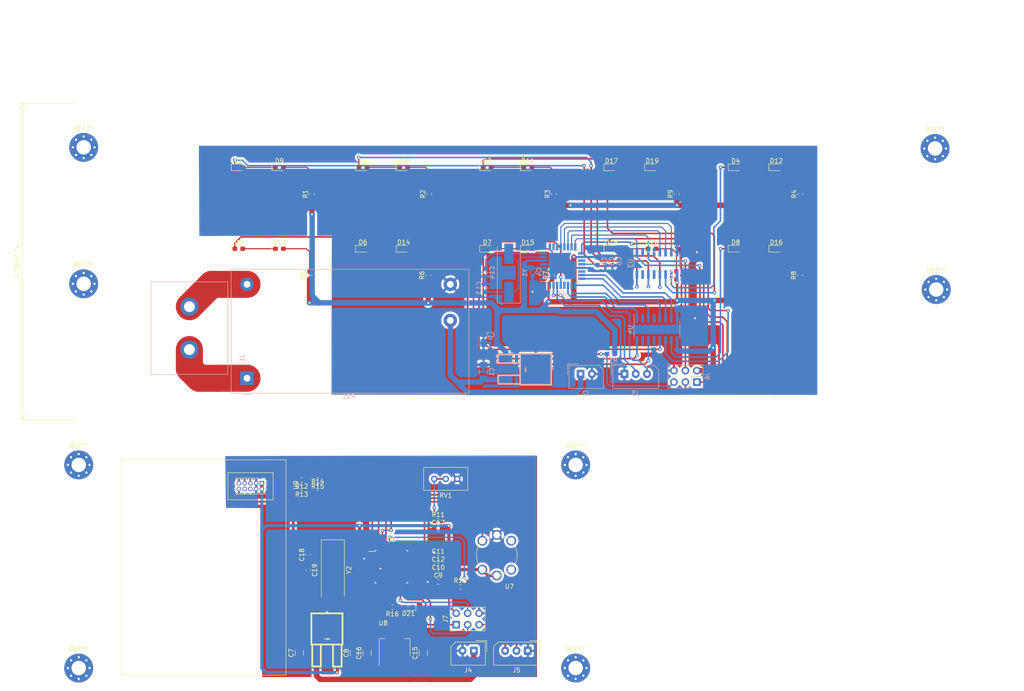
<source format=kicad_pcb>
(kicad_pcb (version 20171130) (host pcbnew "(5.1.4)-1")
  (layers (0 F.Cu signal) (31 B.Cu signal) (34 B.Paste user) (35 F.Paste user) (36 B.SilkS user) (37 F.SilkS user) (38 B.Mask user) (39 F.Mask user) (44 Edge.Cuts user))
  (net 0 "")
  (net 1 GND)
  (net 2 +12V)
  (net 3 +5V)
  (net 4 "Net-(C5-Pad1)")
  (net 5 "Net-(C11-Pad1)")
  (net 6 "Net-(D1-Pad1)")
  (net 7 "Net-(D1-Pad2)")
  (net 8 "Net-(D2-Pad1)")
  (net 9 "Net-(D10-Pad1)")
  (net 10 "Net-(D3-Pad1)")
  (net 11 "Net-(D11-Pad1)")
  (net 12 "Net-(D4-Pad1)")
  (net 13 "Net-(D12-Pad1)")
  (net 14 "Net-(D5-Pad1)")
  (net 15 "Net-(D13-Pad1)")
  (net 16 "Net-(D6-Pad1)")
  (net 17 "Net-(D14-Pad1)")
  (net 18 "Net-(D7-Pad1)")
  (net 19 "Net-(D15-Pad1)")
  (net 20 "Net-(D16-Pad1)")
  (net 21 "Net-(D8-Pad1)")
  (net 22 "Net-(D9-Pad2)")
  (net 23 "Net-(D10-Pad2)")
  (net 24 "Net-(D11-Pad2)")
  (net 25 "Net-(D12-Pad2)")
  (net 26 "Net-(D13-Pad2)")
  (net 27 "Net-(D14-Pad2)")
  (net 28 "Net-(D15-Pad2)")
  (net 29 "Net-(D16-Pad2)")
  (net 30 "Net-(J1-Pad1)")
  (net 31 "Net-(J1-Pad2)")
  (net 32 PD0_RXD)
  (net 33 PD1_TXD)
  (net 34 "Net-(U2-Pad1)")
  (net 35 "Net-(U2-Pad2)")
  (net 36 "Net-(U2-Pad9)")
  (net 37 PD6)
  (net 38 PD7)
  (net 39 PB0)
  (net 40 PB1)
  (net 41 PB2)
  (net 42 PB3)
  (net 43 PB4)
  (net 44 PB5)
  (net 45 "Net-(U2-Pad19)")
  (net 46 "Net-(U2-Pad22)")
  (net 47 PC0)
  (net 48 "Net-(U2-Pad28)")
  (net 49 "Net-(U2-Pad32)")
  (net 50 "Net-(U3-Pad15)")
  (net 51 "Net-(U3-Pad13)")
  (net 52 "Net-(U3-Pad4)")
  (net 53 "Net-(U3-Pad2)")
  (net 54 "Net-(U4-Pad2)")
  (net 55 "Net-(U4-Pad4)")
  (net 56 "Net-(U4-Pad13)")
  (net 57 "Net-(U4-Pad15)")
  (net 58 "Net-(U6-Pad28)")
  (net 59 "Net-(U6-Pad27)")
  (net 60 "Net-(U6-Pad26)")
  (net 61 "Net-(U6-Pad25)")
  (net 62 "Net-(U6-Pad24)")
  (net 63 "Net-(U6-Pad22)")
  (net 64 "Net-(U6-Pad19)")
  (net 65 "Net-(U6-Pad14)")
  (net 66 "Net-(U6-Pad13)")
  (net 67 "Net-(U6-Pad12)")
  (net 68 "Net-(U6-Pad10)")
  (net 69 "Net-(U6-Pad9)")
  (net 70 "Net-(U6-Pad2)")
  (net 71 +12VA)
  (net 72 GNDA)
  (net 73 +5VA)
  (net 74 PD1_TXD_A)
  (net 75 PD0_RXD_A)
  (net 76 "Net-(D17-Pad2)")
  (net 77 "Net-(D17-Pad1)")
  (net 78 "Net-(D18-Pad2)")
  (net 79 "Net-(D18-Pad1)")
  (net 80 "Net-(D19-Pad2)")
  (net 81 "Net-(D20-Pad2)")
  (net 82 PC1)
  (net 83 "Net-(C13-Pad2)")
  (net 84 "Net-(C14-Pad2)")
  (net 85 PC2)
  (net 86 PC3)
  (net 87 PC4)
  (net 88 PC0_ADC0)
  (net 89 +3.3VA)
  (net 90 "Net-(C18-Pad2)")
  (net 91 "Net-(C19-Pad2)")
  (net 92 "Net-(D21-Pad2)")
  (net 93 "Net-(R11-Pad1)")
  (net 94 "Net-(R12-Pad2)")
  (net 95 "Net-(R13-Pad2)")
  (net 96 "Net-(R14-Pad1)")
  (net 97 PD3_TXDA)
  (net 98 "Net-(R16-Pad1)")
  (net 99 PD2_RXDA)
  (net 100 "Net-(U7-Pad3)")
  (net 101 "Net-(U7-Pad4)")
  (net 102 "Net-(U9-Pad8)")
  (net 103 "Net-(U9-Pad6)")
  (net 104 RESET)
  (net 105 RESETA)
  (net 106 PB3A)
  (net 107 PB5A)
  (net 108 PB4A)
  (module Connector_Molex:Molex_SPOX_5267-03A_1x03_P2.50mm_Vertical (layer F.Cu) (at 104.394 121.158 180)
    (fp_text reference J5 (at 2.5 -4.3 180) (layer F.SilkS))
    (fp_text value UART_CON)
    (pad 3 thru_hole oval (at 5 0 180) (size 1.7 1.85) (drill 0.85) (layers *.Cu *.Mask) (net 74 PD1_TXD_A))
    (pad 2 thru_hole oval (at 2.5 0 180) (size 1.7 1.85) (drill 0.85) (layers *.Cu *.Mask) (net 75 PD0_RXD_A))
    (pad 1 thru_hole roundrect (at 0 0 180) (size 1.7 1.85) (drill 0.85) (layers *.Cu *.Mask) (roundrect_rratio 0.147059) (net 72 GNDA))
  )
  (module Connector_Molex:Molex_SPOX_5267-02A_1x02_P2.50mm_Vertical (layer F.Cu) (at 92.456 121.158 180)
    (fp_text reference J4 (at 1.25 -4.3 180) (layer F.SilkS))
    (fp_text value DC12V_CON)
    (pad 1 thru_hole roundrect (at 0 0 180) (size 1.7 1.85) (drill 0.85) (layers *.Cu *.Mask) (roundrect_rratio 0.147059) (net 71 +12VA))
    (pad 2 thru_hole oval (at 2.5 0 180) (size 1.7 1.85) (drill 0.85) (layers *.Cu *.Mask) (net 72 GNDA))
  )
  (module Connector_Molex:Molex_SPOX_5267-03A_1x03_P2.50mm_Vertical (layer B.Cu) (at 125.8 59.85)
    (fp_text reference J3 (at 2.5 4.3) (layer B.SilkS) (effects (justify mirror)))
    (fp_text value UART_CON)
    (pad 1 thru_hole roundrect (at 0 0) (size 1.7 1.85) (drill 0.85) (layers *.Cu *.Mask) (roundrect_rratio 0.147059) (net 1 GND))
    (pad 2 thru_hole oval (at 2.5 0) (size 1.7 1.85) (drill 0.85) (layers *.Cu *.Mask) (net 32 PD0_RXD))
    (pad 3 thru_hole oval (at 5 0) (size 1.7 1.85) (drill 0.85) (layers *.Cu *.Mask) (net 33 PD1_TXD))
  )
  (module Connector_Molex:Molex_SPOX_5267-02A_1x02_P2.50mm_Vertical (layer B.Cu) (at 116.1 59.85)
    (fp_text reference J2 (at 1.25 4.3) (layer B.SilkS) (effects (justify mirror)))
    (fp_text value DC12V_CON)
    (pad 2 thru_hole oval (at 2.5 0) (size 1.7 1.85) (drill 0.85) (layers *.Cu *.Mask) (net 1 GND))
    (pad 1 thru_hole roundrect (at 0 0) (size 1.7 1.85) (drill 0.85) (layers *.Cu *.Mask) (roundrect_rratio 0.147059) (net 2 +12V))
  )
  (module Resistor_SMD:R_0603_1608Metric_Pad1.05x0.95mm_HandSolder (layer F.Cu) (at 89.45 107.05)
    (fp_text reference R18 (at 0 -1.43) (layer F.SilkS))
    (fp_text value 10k)
    (pad 2 smd roundrect (at 0.875 0) (size 1.05 0.95) (layers F.Cu F.Paste F.Mask) (net 105 RESETA))
    (pad 1 smd roundrect (at -0.875 0) (size 1.05 0.95) (layers F.Cu F.Paste F.Mask) (net 73 +5VA))
  )
  (module Resistor_SMD:R_0603_1608Metric_Pad1.05x0.95mm_HandSolder (layer B.Cu) (at 122.8 55.4)
    (fp_text reference R17 (at 0 1.43) (layer B.SilkS) (effects (justify mirror)))
    (fp_text value 10k)
    (pad 2 smd roundrect (at 0.875 0) (size 1.05 0.95) (layers B.Cu B.Paste B.Mask) (net 3 +5V))
    (pad 1 smd roundrect (at -0.875 0) (size 1.05 0.95) (layers B.Cu B.Paste B.Mask) (net 104 RESET))
  )
  (module Connector_PinHeader_2.54mm:PinHeader_2x03_P2.54mm_Vertical (layer F.Cu) (at 88.55 115.4 90)
    (fp_text reference J7 (at 1.27 -2.33 90) (layer F.SilkS))
    (fp_text value ISP)
    (pad 6 thru_hole oval (at 2.54 5.08 90) (size 1.7 1.7) (drill 1) (layers *.Cu *.Mask) (net 72 GNDA))
    (pad 5 thru_hole oval (at 0 5.08 90) (size 1.7 1.7) (drill 1) (layers *.Cu *.Mask) (net 105 RESETA))
    (pad 4 thru_hole oval (at 2.54 2.54 90) (size 1.7 1.7) (drill 1) (layers *.Cu *.Mask) (net 106 PB3A))
    (pad 3 thru_hole oval (at 0 2.54 90) (size 1.7 1.7) (drill 1) (layers *.Cu *.Mask) (net 107 PB5A))
    (pad 2 thru_hole oval (at 2.54 0 90) (size 1.7 1.7) (drill 1) (layers *.Cu *.Mask) (net 73 +5VA))
    (pad 1 thru_hole rect (at 0 0 90) (size 1.7 1.7) (drill 1) (layers *.Cu *.Mask) (net 108 PB4A))
  )
  (module Connector_PinHeader_2.54mm:PinHeader_2x03_P2.54mm_Vertical (layer B.Cu) (at 141.83 61.65 90)
    (fp_text reference J6 (at 1.27 2.33 90) (layer B.SilkS) (effects (justify mirror)))
    (fp_text value ISP)
    (pad 6 thru_hole oval (at 2.54 -5.08 90) (size 1.7 1.7) (drill 1) (layers *.Cu *.Mask) (net 1 GND))
    (pad 5 thru_hole oval (at 0 -5.08 90) (size 1.7 1.7) (drill 1) (layers *.Cu *.Mask) (net 104 RESET))
    (pad 4 thru_hole oval (at 2.54 -2.54 90) (size 1.7 1.7) (drill 1) (layers *.Cu *.Mask) (net 42 PB3))
    (pad 3 thru_hole oval (at 0 -2.54 90) (size 1.7 1.7) (drill 1) (layers *.Cu *.Mask) (net 44 PB5))
    (pad 2 thru_hole oval (at 2.54 0 90) (size 1.7 1.7) (drill 1) (layers *.Cu *.Mask) (net 3 +5V))
    (pad 1 thru_hole rect (at 0 0 90) (size 1.7 1.7) (drill 1) (layers *.Cu *.Mask) (net 43 PB4))
  )
  (module Potentiometer_THT:Potentiometer_Bourns_3296W_Vertical (layer F.Cu) (at 83.7 83.1 180)
    (fp_text reference RV1 (at -2.54 -3.66) (layer F.SilkS))
    (fp_text value 10k)
    (pad 3 thru_hole circle (at -5.08 0 180) (size 1.44 1.44) (drill 0.8) (layers *.Cu *.Mask) (net 72 GNDA))
    (pad 2 thru_hole circle (at -2.54 0 180) (size 1.44 1.44) (drill 0.8) (layers *.Cu *.Mask) (net 93 "Net-(R11-Pad1)"))
    (pad 1 thru_hole circle (at 0 0 180) (size 1.44 1.44) (drill 0.8) (layers *.Cu *.Mask) (net 93 "Net-(R11-Pad1)"))
  )
  (module MountingHole:MountingHole_3.2mm_M3_Pad_Via (layer F.Cu) (at 115 80)
    (fp_text reference REF** (at 0 -4.2) (layer F.SilkS))
    (fp_text value MountingHole_3.2mm_M3_Pad_Via)
    (pad 1 thru_hole circle (at 0 0) (size 6.4 6.4) (drill 3.2) (layers *.Cu *.Mask))
    (pad 1 thru_hole circle (at 2.4 0) (size 0.8 0.8) (drill 0.5) (layers *.Cu *.Mask))
    (pad 1 thru_hole circle (at 1.697056 1.697056) (size 0.8 0.8) (drill 0.5) (layers *.Cu *.Mask))
    (pad 1 thru_hole circle (at 0 2.4) (size 0.8 0.8) (drill 0.5) (layers *.Cu *.Mask))
    (pad 1 thru_hole circle (at -1.697056 1.697056) (size 0.8 0.8) (drill 0.5) (layers *.Cu *.Mask))
    (pad 1 thru_hole circle (at -2.4 0) (size 0.8 0.8) (drill 0.5) (layers *.Cu *.Mask))
    (pad 1 thru_hole circle (at -1.697056 -1.697056) (size 0.8 0.8) (drill 0.5) (layers *.Cu *.Mask))
    (pad 1 thru_hole circle (at 0 -2.4) (size 0.8 0.8) (drill 0.5) (layers *.Cu *.Mask))
    (pad 1 thru_hole circle (at 1.697056 -1.697056) (size 0.8 0.8) (drill 0.5) (layers *.Cu *.Mask))
  )
  (module MountingHole:MountingHole_3.2mm_M3_Pad_Via (layer F.Cu) (at 115 125)
    (fp_text reference REF** (at 0 -4.2) (layer F.SilkS))
    (fp_text value MountingHole_3.2mm_M3_Pad_Via)
    (pad 1 thru_hole circle (at 1.697056 -1.697056) (size 0.8 0.8) (drill 0.5) (layers *.Cu *.Mask))
    (pad 1 thru_hole circle (at 0 -2.4) (size 0.8 0.8) (drill 0.5) (layers *.Cu *.Mask))
    (pad 1 thru_hole circle (at -1.697056 -1.697056) (size 0.8 0.8) (drill 0.5) (layers *.Cu *.Mask))
    (pad 1 thru_hole circle (at -2.4 0) (size 0.8 0.8) (drill 0.5) (layers *.Cu *.Mask))
    (pad 1 thru_hole circle (at -1.697056 1.697056) (size 0.8 0.8) (drill 0.5) (layers *.Cu *.Mask))
    (pad 1 thru_hole circle (at 0 2.4) (size 0.8 0.8) (drill 0.5) (layers *.Cu *.Mask))
    (pad 1 thru_hole circle (at 1.697056 1.697056) (size 0.8 0.8) (drill 0.5) (layers *.Cu *.Mask))
    (pad 1 thru_hole circle (at 2.4 0) (size 0.8 0.8) (drill 0.5) (layers *.Cu *.Mask))
    (pad 1 thru_hole circle (at 0 0) (size 6.4 6.4) (drill 3.2) (layers *.Cu *.Mask))
  )
  (module MountingHole:MountingHole_3.2mm_M3_Pad_Via (layer F.Cu) (at 5 125)
    (fp_text reference REF** (at 0 -4.2) (layer F.SilkS))
    (fp_text value MountingHole_3.2mm_M3_Pad_Via)
    (pad 1 thru_hole circle (at 0 0) (size 6.4 6.4) (drill 3.2) (layers *.Cu *.Mask))
    (pad 1 thru_hole circle (at 2.4 0) (size 0.8 0.8) (drill 0.5) (layers *.Cu *.Mask))
    (pad 1 thru_hole circle (at 1.697056 1.697056) (size 0.8 0.8) (drill 0.5) (layers *.Cu *.Mask))
    (pad 1 thru_hole circle (at 0 2.4) (size 0.8 0.8) (drill 0.5) (layers *.Cu *.Mask))
    (pad 1 thru_hole circle (at -1.697056 1.697056) (size 0.8 0.8) (drill 0.5) (layers *.Cu *.Mask))
    (pad 1 thru_hole circle (at -2.4 0) (size 0.8 0.8) (drill 0.5) (layers *.Cu *.Mask))
    (pad 1 thru_hole circle (at -1.697056 -1.697056) (size 0.8 0.8) (drill 0.5) (layers *.Cu *.Mask))
    (pad 1 thru_hole circle (at 0 -2.4) (size 0.8 0.8) (drill 0.5) (layers *.Cu *.Mask))
    (pad 1 thru_hole circle (at 1.697056 -1.697056) (size 0.8 0.8) (drill 0.5) (layers *.Cu *.Mask))
  )
  (module MountingHole:MountingHole_3.2mm_M3_Pad_Via (layer F.Cu) (at 5 80)
    (fp_text reference REF** (at 0 -4.2) (layer F.SilkS))
    (fp_text value MountingHole_3.2mm_M3_Pad_Via)
    (pad 1 thru_hole circle (at 1.697056 -1.697056) (size 0.8 0.8) (drill 0.5) (layers *.Cu *.Mask))
    (pad 1 thru_hole circle (at 0 -2.4) (size 0.8 0.8) (drill 0.5) (layers *.Cu *.Mask))
    (pad 1 thru_hole circle (at -1.697056 -1.697056) (size 0.8 0.8) (drill 0.5) (layers *.Cu *.Mask))
    (pad 1 thru_hole circle (at -2.4 0) (size 0.8 0.8) (drill 0.5) (layers *.Cu *.Mask))
    (pad 1 thru_hole circle (at -1.697056 1.697056) (size 0.8 0.8) (drill 0.5) (layers *.Cu *.Mask))
    (pad 1 thru_hole circle (at 0 2.4) (size 0.8 0.8) (drill 0.5) (layers *.Cu *.Mask))
    (pad 1 thru_hole circle (at 1.697056 1.697056) (size 0.8 0.8) (drill 0.5) (layers *.Cu *.Mask))
    (pad 1 thru_hole circle (at 2.4 0) (size 0.8 0.8) (drill 0.5) (layers *.Cu *.Mask))
    (pad 1 thru_hole circle (at 0 0) (size 6.4 6.4) (drill 3.2) (layers *.Cu *.Mask))
  )
  (module MountingHole:MountingHole_3.2mm_M3_Pad_Via (layer F.Cu) (at 194.818 41.148)
    (fp_text reference REF** (at 0 -4.2) (layer F.SilkS))
    (fp_text value MountingHole_3.2mm_M3_Pad_Via)
    (pad 1 thru_hole circle (at 0 0) (size 6.4 6.4) (drill 3.2) (layers *.Cu *.Mask))
    (pad 1 thru_hole circle (at 2.4 0) (size 0.8 0.8) (drill 0.5) (layers *.Cu *.Mask))
    (pad 1 thru_hole circle (at 1.697056 1.697056) (size 0.8 0.8) (drill 0.5) (layers *.Cu *.Mask))
    (pad 1 thru_hole circle (at 0 2.4) (size 0.8 0.8) (drill 0.5) (layers *.Cu *.Mask))
    (pad 1 thru_hole circle (at -1.697056 1.697056) (size 0.8 0.8) (drill 0.5) (layers *.Cu *.Mask))
    (pad 1 thru_hole circle (at -2.4 0) (size 0.8 0.8) (drill 0.5) (layers *.Cu *.Mask))
    (pad 1 thru_hole circle (at -1.697056 -1.697056) (size 0.8 0.8) (drill 0.5) (layers *.Cu *.Mask))
    (pad 1 thru_hole circle (at 0 -2.4) (size 0.8 0.8) (drill 0.5) (layers *.Cu *.Mask))
    (pad 1 thru_hole circle (at 1.697056 -1.697056) (size 0.8 0.8) (drill 0.5) (layers *.Cu *.Mask))
  )
  (module MountingHole:MountingHole_3.2mm_M3_Pad_Via (layer F.Cu) (at 194.564 9.906)
    (fp_text reference REF** (at 0 -4.2) (layer F.SilkS))
    (fp_text value MountingHole_3.2mm_M3_Pad_Via)
    (pad 1 thru_hole circle (at 1.697056 -1.697056) (size 0.8 0.8) (drill 0.5) (layers *.Cu *.Mask))
    (pad 1 thru_hole circle (at 0 -2.4) (size 0.8 0.8) (drill 0.5) (layers *.Cu *.Mask))
    (pad 1 thru_hole circle (at -1.697056 -1.697056) (size 0.8 0.8) (drill 0.5) (layers *.Cu *.Mask))
    (pad 1 thru_hole circle (at -2.4 0) (size 0.8 0.8) (drill 0.5) (layers *.Cu *.Mask))
    (pad 1 thru_hole circle (at -1.697056 1.697056) (size 0.8 0.8) (drill 0.5) (layers *.Cu *.Mask))
    (pad 1 thru_hole circle (at 0 2.4) (size 0.8 0.8) (drill 0.5) (layers *.Cu *.Mask))
    (pad 1 thru_hole circle (at 1.697056 1.697056) (size 0.8 0.8) (drill 0.5) (layers *.Cu *.Mask))
    (pad 1 thru_hole circle (at 2.4 0) (size 0.8 0.8) (drill 0.5) (layers *.Cu *.Mask))
    (pad 1 thru_hole circle (at 0 0) (size 6.4 6.4) (drill 3.2) (layers *.Cu *.Mask))
  )
  (module MountingHole:MountingHole_3.2mm_M3_Pad_Via (layer F.Cu) (at 6.096 9.652)
    (fp_text reference REF** (at 0 -4.2) (layer F.SilkS))
    (fp_text value MountingHole_3.2mm_M3_Pad_Via)
    (pad 1 thru_hole circle (at 0 0) (size 6.4 6.4) (drill 3.2) (layers *.Cu *.Mask))
    (pad 1 thru_hole circle (at 2.4 0) (size 0.8 0.8) (drill 0.5) (layers *.Cu *.Mask))
    (pad 1 thru_hole circle (at 1.697056 1.697056) (size 0.8 0.8) (drill 0.5) (layers *.Cu *.Mask))
    (pad 1 thru_hole circle (at 0 2.4) (size 0.8 0.8) (drill 0.5) (layers *.Cu *.Mask))
    (pad 1 thru_hole circle (at -1.697056 1.697056) (size 0.8 0.8) (drill 0.5) (layers *.Cu *.Mask))
    (pad 1 thru_hole circle (at -2.4 0) (size 0.8 0.8) (drill 0.5) (layers *.Cu *.Mask))
    (pad 1 thru_hole circle (at -1.697056 -1.697056) (size 0.8 0.8) (drill 0.5) (layers *.Cu *.Mask))
    (pad 1 thru_hole circle (at 0 -2.4) (size 0.8 0.8) (drill 0.5) (layers *.Cu *.Mask))
    (pad 1 thru_hole circle (at 1.697056 -1.697056) (size 0.8 0.8) (drill 0.5) (layers *.Cu *.Mask))
  )
  (module MountingHole:MountingHole_3.2mm_M3_Pad_Via (layer F.Cu) (at 6.096 39.878)
    (fp_text reference REF** (at 0 -4.2) (layer F.SilkS))
    (fp_text value MountingHole_3.2mm_M3_Pad_Via)
    (pad 1 thru_hole circle (at 1.697056 -1.697056) (size 0.8 0.8) (drill 0.5) (layers *.Cu *.Mask))
    (pad 1 thru_hole circle (at 0 -2.4) (size 0.8 0.8) (drill 0.5) (layers *.Cu *.Mask))
    (pad 1 thru_hole circle (at -1.697056 -1.697056) (size 0.8 0.8) (drill 0.5) (layers *.Cu *.Mask))
    (pad 1 thru_hole circle (at -2.4 0) (size 0.8 0.8) (drill 0.5) (layers *.Cu *.Mask))
    (pad 1 thru_hole circle (at -1.697056 1.697056) (size 0.8 0.8) (drill 0.5) (layers *.Cu *.Mask))
    (pad 1 thru_hole circle (at 0 2.4) (size 0.8 0.8) (drill 0.5) (layers *.Cu *.Mask))
    (pad 1 thru_hole circle (at 1.697056 1.697056) (size 0.8 0.8) (drill 0.5) (layers *.Cu *.Mask))
    (pad 1 thru_hole circle (at 2.4 0) (size 0.8 0.8) (drill 0.5) (layers *.Cu *.Mask))
    (pad 1 thru_hole circle (at 0 0) (size 6.4 6.4) (drill 3.2) (layers *.Cu *.Mask))
  )
  (module Crystal:Crystal_SMD_HC49-SD (layer F.Cu) (at 61.26 103.3 270)
    (fp_text reference Y2 (at 0 -3.55 90) (layer F.SilkS))
    (fp_text value 16MHz)
    (pad 2 smd rect (at 4.25 0 270) (size 4.5 2) (layers F.Cu F.Paste F.Mask) (net 91 "Net-(C19-Pad2)"))
    (pad 1 smd rect (at -4.25 0 270) (size 4.5 2) (layers F.Cu F.Paste F.Mask) (net 90 "Net-(C18-Pad2)"))
  )
  (module JYment_LIB:DUSTsensor_PMS7003 (layer F.Cu) (at 50.89 78.87 90)
    (fp_text reference U9 (at -5.6 2.2 270) (layer F.SilkS))
    (fp_text value DUSTsensor_PMS7003)
    (pad 10 thru_hole oval (at -6.47 -10.43 270) (size 1 1) (drill 0.65) (layers *.Cu *.Mask) (net 95 "Net-(R13-Pad2)"))
    (pad 9 thru_hole oval (at -5.2 -10.43 270) (size 1 1) (drill 0.65) (layers *.Cu *.Mask) (net 99 PD2_RXDA))
    (pad 8 thru_hole oval (at -6.47 -9.16 270) (size 1 1) (drill 0.65) (layers *.Cu *.Mask) (net 102 "Net-(U9-Pad8)"))
    (pad 7 thru_hole oval (at -5.2 -9.16 270) (size 1 1) (drill 0.65) (layers *.Cu *.Mask) (net 96 "Net-(R14-Pad1)"))
    (pad 6 thru_hole oval (at -6.47 -7.89 270) (size 1 1) (drill 0.65) (layers *.Cu *.Mask) (net 103 "Net-(U9-Pad6)"))
    (pad 5 thru_hole oval (at -5.2 -7.89 270) (size 1 1) (drill 0.65) (layers *.Cu *.Mask) (net 94 "Net-(R12-Pad2)"))
    (pad 4 thru_hole oval (at -6.47 -6.62 270) (size 1 1) (drill 0.65) (layers *.Cu *.Mask) (net 72 GNDA))
    (pad 3 thru_hole oval (at -5.2 -6.62 270) (size 1 1) (drill 0.65) (layers *.Cu *.Mask) (net 72 GNDA))
    (pad 2 thru_hole oval (at -6.47 -5.35 270) (size 1 1) (drill 0.65) (layers *.Cu *.Mask) (net 73 +5VA))
    (pad 1 thru_hole rect (at -5.2 -5.35 270) (size 1 1) (drill 0.65) (layers *.Cu *.Mask) (net 73 +5VA))
  )
  (module Package_TO_SOT_SMD:SOT-223-3_TabPin2 (layer F.Cu) (at 74.93 120.396 90)
    (fp_text reference U8 (at 5.334 -2.54 180) (layer F.SilkS))
    (fp_text value LM1117-3.3)
    (pad 1 smd rect (at -3.15 -2.3 90) (size 2 1.5) (layers F.Cu F.Paste F.Mask) (net 72 GNDA))
    (pad 3 smd rect (at -3.15 2.3 90) (size 2 1.5) (layers F.Cu F.Paste F.Mask) (net 71 +12VA))
    (pad 2 smd rect (at -3.15 0 90) (size 2 1.5) (layers F.Cu F.Paste F.Mask) (net 89 +3.3VA))
    (pad 2 smd rect (at 3.15 0 90) (size 2 3.8) (layers F.Cu F.Paste F.Mask) (net 89 +3.3VA))
  )
  (module JYment_LIB:GASsensor_MQ131 (layer F.Cu) (at 97.54 100 90)
    (fp_text reference U7 (at -6.934 2.79 180) (layer F.SilkS))
    (fp_text value GASsensor_MQ131)
    (pad 1 thru_hole circle (at -3.2 -3.2 90) (size 2.2 2.2) (drill 1.5) (layers *.Cu *.Mask) (net 73 +5VA))
    (pad 2 thru_hole circle (at -4.5 0 135) (size 2.2 2.2) (drill 1.5) (layers *.Cu *.Mask) (net 73 +5VA))
    (pad 3 thru_hole circle (at -3.2 3.2 90) (size 2.2 2.2) (drill 1.5) (layers *.Cu *.Mask) (net 100 "Net-(U7-Pad3)"))
    (pad 4 thru_hole circle (at 3.2 3.2 90) (size 2.2 2.2) (drill 1.5) (layers *.Cu *.Mask) (net 101 "Net-(U7-Pad4)"))
    (pad 5 thru_hole circle (at 4.5 0 90) (size 2.2 2.2) (drill 1.5) (layers *.Cu *.Mask) (net 72 GNDA))
    (pad 6 thru_hole circle (at 3.2 -3.2 90) (size 2.2 2.2) (drill 1.5) (layers *.Cu *.Mask) (net 88 PC0_ADC0))
  )
  (module Resistor_SMD:R_0603_1608Metric_Pad1.05x0.95mm_HandSolder (layer F.Cu) (at 74.422 111.506)
    (fp_text reference R16 (at 0 1.524) (layer F.SilkS))
    (fp_text value 330)
    (pad 2 smd roundrect (at 0.875 0) (size 1.05 0.95) (layers F.Cu F.Paste F.Mask) (net 92 "Net-(D21-Pad2)"))
    (pad 1 smd roundrect (at -0.875 0) (size 1.05 0.95) (layers F.Cu F.Paste F.Mask) (net 98 "Net-(R16-Pad1)"))
  )
  (module Resistor_SMD:R_0603_1608Metric_Pad1.05x0.95mm_HandSolder (layer F.Cu) (at 57.912 83.312 180)
    (fp_text reference R15 (at 0 -1.43) (layer F.SilkS))
    (fp_text value 1K)
    (pad 2 smd roundrect (at 0.875 0 180) (size 1.05 0.95) (layers F.Cu F.Paste F.Mask) (net 96 "Net-(R14-Pad1)"))
    (pad 1 smd roundrect (at -0.875 0 180) (size 1.05 0.95) (layers F.Cu F.Paste F.Mask) (net 97 PD3_TXDA))
  )
  (module Resistor_SMD:R_0603_1608Metric_Pad1.05x0.95mm_HandSolder (layer F.Cu) (at 57.912 85.09)
    (fp_text reference R14 (at 0 -1.43) (layer F.SilkS))
    (fp_text value 3.3K)
    (pad 2 smd roundrect (at 0.875 0) (size 1.05 0.95) (layers F.Cu F.Paste F.Mask) (net 72 GNDA))
    (pad 1 smd roundrect (at -0.875 0) (size 1.05 0.95) (layers F.Cu F.Paste F.Mask) (net 96 "Net-(R14-Pad1)"))
  )
  (module Resistor_SMD:R_0603_1608Metric_Pad1.05x0.95mm_HandSolder (layer F.Cu) (at 54.356 85.09 180)
    (fp_text reference R13 (at 0 -1.43) (layer F.SilkS))
    (fp_text value 10K)
    (pad 2 smd roundrect (at 0.875 0 180) (size 1.05 0.95) (layers F.Cu F.Paste F.Mask) (net 95 "Net-(R13-Pad2)"))
    (pad 1 smd roundrect (at -0.875 0 180) (size 1.05 0.95) (layers F.Cu F.Paste F.Mask) (net 89 +3.3VA))
  )
  (module Resistor_SMD:R_0603_1608Metric_Pad1.05x0.95mm_HandSolder (layer F.Cu) (at 54.356 83.312 180)
    (fp_text reference R12 (at 0 -1.43) (layer F.SilkS))
    (fp_text value 10K)
    (pad 2 smd roundrect (at 0.875 0 180) (size 1.05 0.95) (layers F.Cu F.Paste F.Mask) (net 94 "Net-(R12-Pad2)"))
    (pad 1 smd roundrect (at -0.875 0 180) (size 1.05 0.95) (layers F.Cu F.Paste F.Mask) (net 89 +3.3VA))
  )
  (module Resistor_SMD:R_0603_1608Metric_Pad1.05x0.95mm_HandSolder (layer F.Cu) (at 84.582 92.456)
    (fp_text reference R11 (at 0 -1.43) (layer F.SilkS))
    (fp_text value 100)
    (pad 2 smd roundrect (at 0.875 0) (size 1.05 0.95) (layers F.Cu F.Paste F.Mask) (net 88 PC0_ADC0))
    (pad 1 smd roundrect (at -0.875 0) (size 1.05 0.95) (layers F.Cu F.Paste F.Mask) (net 93 "Net-(R11-Pad1)"))
  )
  (module LED_SMD:LED_0603_1608Metric_Pad1.05x0.95mm_HandSolder (layer F.Cu) (at 77.978 111.506 180)
    (fp_text reference D21 (at 0 -1.43) (layer F.SilkS))
    (fp_text value LED)
    (pad 2 smd roundrect (at 0.875 0 180) (size 1.05 0.95) (layers F.Cu F.Paste F.Mask) (net 92 "Net-(D21-Pad2)"))
    (pad 1 smd roundrect (at -0.875 0 180) (size 1.05 0.95) (layers F.Cu F.Paste F.Mask) (net 72 GNDA))
  )
  (module Capacitor_SMD:C_0603_1608Metric_Pad1.05x0.95mm_HandSolder (layer F.Cu) (at 55.81 103.32 270)
    (fp_text reference C19 (at 0 -1.43 90) (layer F.SilkS))
    (fp_text value 22pF)
    (pad 2 smd roundrect (at 0.875 0 270) (size 1.05 0.95) (layers F.Cu F.Paste F.Mask) (net 91 "Net-(C19-Pad2)"))
    (pad 1 smd roundrect (at -0.875 0 270) (size 1.05 0.95) (layers F.Cu F.Paste F.Mask) (net 72 GNDA))
  )
  (module Capacitor_SMD:C_0603_1608Metric_Pad1.05x0.95mm_HandSolder (layer F.Cu) (at 55.81 99.92 90)
    (fp_text reference C18 (at 0 -1.43 90) (layer F.SilkS))
    (fp_text value 22pF)
    (pad 2 smd roundrect (at 0.875 0 90) (size 1.05 0.95) (layers F.Cu F.Paste F.Mask) (net 90 "Net-(C18-Pad2)"))
    (pad 1 smd roundrect (at -0.875 0 90) (size 1.05 0.95) (layers F.Cu F.Paste F.Mask) (net 72 GNDA))
  )
  (module Capacitor_SMD:C_0603_1608Metric_Pad1.05x0.95mm_HandSolder (layer F.Cu) (at 84.582 94.234)
    (fp_text reference C17 (at 0 -1.43) (layer F.SilkS))
    (fp_text value 1uF)
    (pad 2 smd roundrect (at 0.875 0) (size 1.05 0.95) (layers F.Cu F.Paste F.Mask) (net 73 +5VA))
    (pad 1 smd roundrect (at -0.875 0) (size 1.05 0.95) (layers F.Cu F.Paste F.Mask) (net 72 GNDA))
  )
  (module Capacitor_SMD:C_1206_3216Metric_Pad1.42x1.75mm_HandSolder (layer F.Cu) (at 68.834 121.666 90)
    (fp_text reference C16 (at 0 -1.82 90) (layer F.SilkS))
    (fp_text value 10uF)
    (pad 2 smd roundrect (at 1.4875 0 90) (size 1.425 1.75) (layers F.Cu F.Paste F.Mask) (roundrect_rratio 0.175439) (net 72 GNDA))
    (pad 1 smd roundrect (at -1.4875 0 90) (size 1.425 1.75) (layers F.Cu F.Paste F.Mask) (roundrect_rratio 0.175439) (net 89 +3.3VA))
  )
  (module Capacitor_SMD:C_1206_3216Metric_Pad1.42x1.75mm_HandSolder (layer F.Cu) (at 81.28 121.666 90)
    (fp_text reference C15 (at 0 -1.82 90) (layer F.SilkS))
    (fp_text value 10uF)
    (pad 2 smd roundrect (at 1.4875 0 90) (size 1.425 1.75) (layers F.Cu F.Paste F.Mask) (roundrect_rratio 0.175439) (net 72 GNDA))
    (pad 1 smd roundrect (at -1.4875 0 90) (size 1.425 1.75) (layers F.Cu F.Paste F.Mask) (roundrect_rratio 0.175439) (net 71 +12VA))
  )
  (module Resistor_SMD:R_0603_1608Metric_Pad1.05x0.95mm_HandSolder (layer F.Cu) (at 137.3 38 90)
    (fp_text reference R10 (at 0 -1.43 90) (layer F.SilkS))
    (fp_text value 70)
    (pad 2 smd roundrect (at 0.875 0 90) (size 1.05 0.95) (layers F.Cu F.Paste F.Mask) (net 81 "Net-(D20-Pad2)"))
    (pad 1 smd roundrect (at -0.875 0 90) (size 1.05 0.95) (layers F.Cu F.Paste F.Mask) (net 3 +5V))
  )
  (module Crystal:Crystal_SMD_HC49-SD (layer B.Cu) (at 100.2 37.45 90)
    (fp_text reference Y1 (at 0 3.55 90) (layer B.SilkS) (effects (justify mirror)))
    (fp_text value 16MHz)
    (pad 2 smd rect (at 4.25 0 90) (size 4.5 2) (layers B.Cu B.Paste B.Mask) (net 84 "Net-(C14-Pad2)"))
    (pad 1 smd rect (at -4.25 0 90) (size 4.5 2) (layers B.Cu B.Paste B.Mask) (net 83 "Net-(C13-Pad2)"))
  )
  (module Capacitor_SMD:C_0603_1608Metric_Pad1.05x0.95mm_HandSolder (layer B.Cu) (at 95.05 37.4 90)
    (fp_text reference C14 (at 0 1.43 90) (layer B.SilkS) (effects (justify mirror)))
    (fp_text value 22pF)
    (pad 2 smd roundrect (at 0.875 0 90) (size 1.05 0.95) (layers B.Cu B.Paste B.Mask) (net 84 "Net-(C14-Pad2)"))
    (pad 1 smd roundrect (at -0.875 0 90) (size 1.05 0.95) (layers B.Cu B.Paste B.Mask) (net 1 GND))
  )
  (module Capacitor_SMD:C_0603_1608Metric_Pad1.05x0.95mm_HandSolder (layer B.Cu) (at 95.05 40.8 270)
    (fp_text reference C13 (at 0 1.43 90) (layer B.SilkS) (effects (justify mirror)))
    (fp_text value 22pF)
    (pad 2 smd roundrect (at 0.875 0 270) (size 1.05 0.95) (layers B.Cu B.Paste B.Mask) (net 83 "Net-(C13-Pad2)"))
    (pad 1 smd roundrect (at -0.875 0 270) (size 1.05 0.95) (layers B.Cu B.Paste B.Mask) (net 1 GND))
  )
  (module JYment_LIB:Connector_BR-950C_2P (layer B.Cu) (at 38 59.95 90)
    (fp_text reference J1 (at 3.6 3.2 90) (layer B.SilkS) (effects (justify mirror)))
    (fp_text value POWER)
    (pad 2 thru_hole circle (at 15 -8.5 90) (size 4 4) (drill 2.4) (layers *.Cu *.Mask) (net 31 "Net-(J1-Pad2)"))
    (pad 1 thru_hole circle (at 5.5 -8.5 90) (size 4 4) (drill 2.4) (layers *.Cu *.Mask) (net 30 "Net-(J1-Pad1)"))
  )
  (module Resistor_SMD:R_0603_1608Metric_Pad1.05x0.95mm_HandSolder (layer F.Cu) (at 137.4 20 90)
    (fp_text reference R9 (at 0 -1.43 90) (layer F.SilkS))
    (fp_text value 70)
    (pad 2 smd roundrect (at 0.875 0 90) (size 1.05 0.95) (layers F.Cu F.Paste F.Mask) (net 80 "Net-(D19-Pad2)"))
    (pad 1 smd roundrect (at -0.875 0 90) (size 1.05 0.95) (layers F.Cu F.Paste F.Mask) (net 3 +5V))
  )
  (module LED_SMD:LED_0603_1608Metric_Pad1.05x0.95mm_HandSolder (layer F.Cu) (at 131.925 32.119423)
    (fp_text reference D20 (at 0 -1.43) (layer F.SilkS))
    (fp_text value LED)
    (pad 2 smd roundrect (at 0.875 0) (size 1.05 0.95) (layers F.Cu F.Paste F.Mask) (net 81 "Net-(D20-Pad2)"))
    (pad 1 smd roundrect (at -0.875 0) (size 1.05 0.95) (layers F.Cu F.Paste F.Mask) (net 78 "Net-(D18-Pad2)"))
  )
  (module LED_SMD:LED_0603_1608Metric_Pad1.05x0.95mm_HandSolder (layer F.Cu) (at 131.925 14.08)
    (fp_text reference D19 (at 0 -1.43) (layer F.SilkS))
    (fp_text value LED)
    (pad 2 smd roundrect (at 0.875 0) (size 1.05 0.95) (layers F.Cu F.Paste F.Mask) (net 80 "Net-(D19-Pad2)"))
    (pad 1 smd roundrect (at -0.875 0) (size 1.05 0.95) (layers F.Cu F.Paste F.Mask) (net 76 "Net-(D17-Pad2)"))
  )
  (module LED_SMD:LED_0603_1608Metric_Pad1.05x0.95mm_HandSolder (layer F.Cu) (at 122.925 32.119423)
    (fp_text reference D18 (at 0 -1.43) (layer F.SilkS))
    (fp_text value LED)
    (pad 2 smd roundrect (at 0.875 0) (size 1.05 0.95) (layers F.Cu F.Paste F.Mask) (net 78 "Net-(D18-Pad2)"))
    (pad 1 smd roundrect (at -0.875 0) (size 1.05 0.95) (layers F.Cu F.Paste F.Mask) (net 79 "Net-(D18-Pad1)"))
  )
  (module LED_SMD:LED_0603_1608Metric_Pad1.05x0.95mm_HandSolder (layer F.Cu) (at 122.925 14.08)
    (fp_text reference D17 (at 0 -1.43) (layer F.SilkS))
    (fp_text value LED)
    (pad 2 smd roundrect (at 0.875 0) (size 1.05 0.95) (layers F.Cu F.Paste F.Mask) (net 76 "Net-(D17-Pad2)"))
    (pad 1 smd roundrect (at -0.875 0) (size 1.05 0.95) (layers F.Cu F.Paste F.Mask) (net 77 "Net-(D17-Pad1)"))
  )
  (module Capacitor_SMD:C_1206_3216Metric_Pad1.42x1.75mm_HandSolder (layer B.Cu) (at 94.6 59.4 90)
    (fp_text reference C1 (at 0 1.82 90) (layer B.SilkS) (effects (justify mirror)))
    (fp_text value 10uF)
    (pad 2 smd roundrect (at 1.4875 0 90) (size 1.425 1.75) (layers B.Cu B.Paste B.Mask) (roundrect_rratio 0.175439) (net 1 GND))
    (pad 1 smd roundrect (at -1.4875 0 90) (size 1.425 1.75) (layers B.Cu B.Paste B.Mask) (roundrect_rratio 0.175439) (net 2 +12V))
  )
  (module Capacitor_SMD:C_1206_3216Metric_Pad1.42x1.75mm_HandSolder (layer B.Cu) (at 96.1 53 180)
    (fp_text reference C2 (at 0 1.82) (layer B.SilkS) (effects (justify mirror)))
    (fp_text value 10uF)
    (pad 1 smd roundrect (at -1.4875 0 180) (size 1.425 1.75) (layers B.Cu B.Paste B.Mask) (roundrect_rratio 0.175439) (net 3 +5V))
    (pad 2 smd roundrect (at 1.4875 0 180) (size 1.425 1.75) (layers B.Cu B.Paste B.Mask) (roundrect_rratio 0.175439) (net 1 GND))
  )
  (module Capacitor_SMD:C_0603_1608Metric_Pad1.05x0.95mm_HandSolder (layer B.Cu) (at 121.55 34.85 90)
    (fp_text reference C3 (at 0 1.43 90) (layer B.SilkS) (effects (justify mirror)))
    (fp_text value 1uF)
    (pad 1 smd roundrect (at -0.875 0 90) (size 1.05 0.95) (layers B.Cu B.Paste B.Mask) (net 1 GND))
    (pad 2 smd roundrect (at 0.875 0 90) (size 1.05 0.95) (layers B.Cu B.Paste B.Mask) (net 3 +5V))
  )
  (module Capacitor_SMD:C_0603_1608Metric_Pad1.05x0.95mm_HandSolder (layer B.Cu) (at 105.45 37.25 90)
    (fp_text reference C4 (at 0 1.43 90) (layer B.SilkS) (effects (justify mirror)))
    (fp_text value 100nF)
    (pad 1 smd roundrect (at -0.875 0 90) (size 1.05 0.95) (layers B.Cu B.Paste B.Mask) (net 1 GND))
    (pad 2 smd roundrect (at 0.875 0 90) (size 1.05 0.95) (layers B.Cu B.Paste B.Mask) (net 3 +5V))
  )
  (module Capacitor_SMD:C_0603_1608Metric_Pad1.05x0.95mm_HandSolder (layer B.Cu) (at 119.85 34.85 90)
    (fp_text reference C5 (at 0 1.43 90) (layer B.SilkS) (effects (justify mirror)))
    (fp_text value 100nF)
    (pad 2 smd roundrect (at 0.875 0 90) (size 1.05 0.95) (layers B.Cu B.Paste B.Mask) (net 3 +5V))
    (pad 1 smd roundrect (at -0.875 0 90) (size 1.05 0.95) (layers B.Cu B.Paste B.Mask) (net 4 "Net-(C5-Pad1)"))
  )
  (module Capacitor_SMD:C_0603_1608Metric_Pad1.05x0.95mm_HandSolder (layer B.Cu) (at 123.15 34.85 90)
    (fp_text reference C6 (at 0 1.43 90) (layer B.SilkS) (effects (justify mirror)))
    (fp_text value 100nF)
    (pad 2 smd roundrect (at 0.875 0 90) (size 1.05 0.95) (layers B.Cu B.Paste B.Mask) (net 3 +5V))
    (pad 1 smd roundrect (at -0.875 0 90) (size 1.05 0.95) (layers B.Cu B.Paste B.Mask) (net 1 GND))
  )
  (module Capacitor_SMD:C_1206_3216Metric_Pad1.42x1.75mm_HandSolder (layer F.Cu) (at 53.848 121.666 90)
    (fp_text reference C7 (at 0 -1.82 90) (layer F.SilkS))
    (fp_text value 10uF)
    (pad 1 smd roundrect (at -1.4875 0 90) (size 1.425 1.75) (layers F.Cu F.Paste F.Mask) (roundrect_rratio 0.175439) (net 71 +12VA))
    (pad 2 smd roundrect (at 1.4875 0 90) (size 1.425 1.75) (layers F.Cu F.Paste F.Mask) (roundrect_rratio 0.175439) (net 72 GNDA))
  )
  (module Capacitor_SMD:C_1206_3216Metric_Pad1.42x1.75mm_HandSolder (layer F.Cu) (at 66.04 121.666 90)
    (fp_text reference C8 (at 0 -1.82 90) (layer F.SilkS))
    (fp_text value 10uF)
    (pad 2 smd roundrect (at 1.4875 0 90) (size 1.425 1.75) (layers F.Cu F.Paste F.Mask) (roundrect_rratio 0.175439) (net 72 GNDA))
    (pad 1 smd roundrect (at -1.4875 0 90) (size 1.425 1.75) (layers F.Cu F.Paste F.Mask) (roundrect_rratio 0.175439) (net 73 +5VA))
  )
  (module Capacitor_SMD:C_0603_1608Metric_Pad1.05x0.95mm_HandSolder (layer F.Cu) (at 84.582 105.918)
    (fp_text reference C9 (at 0 -1.43) (layer F.SilkS))
    (fp_text value 1uF)
    (pad 1 smd roundrect (at -0.875 0) (size 1.05 0.95) (layers F.Cu F.Paste F.Mask) (net 72 GNDA))
    (pad 2 smd roundrect (at 0.875 0) (size 1.05 0.95) (layers F.Cu F.Paste F.Mask) (net 73 +5VA))
  )
  (module Capacitor_SMD:C_0603_1608Metric_Pad1.05x0.95mm_HandSolder (layer F.Cu) (at 84.596001 104.153001)
    (fp_text reference C10 (at 0 -1.43) (layer F.SilkS))
    (fp_text value 100nF)
    (pad 1 smd roundrect (at -0.875 0) (size 1.05 0.95) (layers F.Cu F.Paste F.Mask) (net 72 GNDA))
    (pad 2 smd roundrect (at 0.875 0) (size 1.05 0.95) (layers F.Cu F.Paste F.Mask) (net 73 +5VA))
  )
  (module Capacitor_SMD:C_0603_1608Metric_Pad1.05x0.95mm_HandSolder (layer F.Cu) (at 84.582 100.584)
    (fp_text reference C11 (at 0 -1.43) (layer F.SilkS))
    (fp_text value 100nF)
    (pad 2 smd roundrect (at 0.875 0) (size 1.05 0.95) (layers F.Cu F.Paste F.Mask) (net 73 +5VA))
    (pad 1 smd roundrect (at -0.875 0) (size 1.05 0.95) (layers F.Cu F.Paste F.Mask) (net 5 "Net-(C11-Pad1)"))
  )
  (module Capacitor_SMD:C_0603_1608Metric_Pad1.05x0.95mm_HandSolder (layer F.Cu) (at 84.582 102.362)
    (fp_text reference C12 (at 0 -1.43) (layer F.SilkS))
    (fp_text value 100nF)
    (pad 2 smd roundrect (at 0.875 0) (size 1.05 0.95) (layers F.Cu F.Paste F.Mask) (net 73 +5VA))
    (pad 1 smd roundrect (at -0.875 0) (size 1.05 0.95) (layers F.Cu F.Paste F.Mask) (net 72 GNDA))
  )
  (module LED_SMD:LED_0603_1608Metric_Pad1.05x0.95mm_HandSolder (layer F.Cu) (at 40.425 14.08)
    (fp_text reference D1 (at 0 -1.43) (layer F.SilkS))
    (fp_text value LED)
    (pad 1 smd roundrect (at -0.875 0) (size 1.05 0.95) (layers F.Cu F.Paste F.Mask) (net 6 "Net-(D1-Pad1)"))
    (pad 2 smd roundrect (at 0.875 0) (size 1.05 0.95) (layers F.Cu F.Paste F.Mask) (net 7 "Net-(D1-Pad2)"))
  )
  (module LED_SMD:LED_0603_1608Metric_Pad1.05x0.95mm_HandSolder (layer F.Cu) (at 67.925 14.08)
    (fp_text reference D2 (at 0 -1.43) (layer F.SilkS))
    (fp_text value LED)
    (pad 1 smd roundrect (at -0.875 0) (size 1.05 0.95) (layers F.Cu F.Paste F.Mask) (net 8 "Net-(D2-Pad1)"))
    (pad 2 smd roundrect (at 0.875 0) (size 1.05 0.95) (layers F.Cu F.Paste F.Mask) (net 9 "Net-(D10-Pad1)"))
  )
  (module LED_SMD:LED_0603_1608Metric_Pad1.05x0.95mm_HandSolder (layer F.Cu) (at 95.425 14.08)
    (fp_text reference D3 (at 0 -1.43) (layer F.SilkS))
    (fp_text value LED)
    (pad 1 smd roundrect (at -0.875 0) (size 1.05 0.95) (layers F.Cu F.Paste F.Mask) (net 10 "Net-(D3-Pad1)"))
    (pad 2 smd roundrect (at 0.875 0) (size 1.05 0.95) (layers F.Cu F.Paste F.Mask) (net 11 "Net-(D11-Pad1)"))
  )
  (module LED_SMD:LED_0603_1608Metric_Pad1.05x0.95mm_HandSolder (layer F.Cu) (at 150.425 14.08)
    (fp_text reference D4 (at 0 -1.43) (layer F.SilkS))
    (fp_text value LED)
    (pad 1 smd roundrect (at -0.875 0) (size 1.05 0.95) (layers F.Cu F.Paste F.Mask) (net 12 "Net-(D4-Pad1)"))
    (pad 2 smd roundrect (at 0.875 0) (size 1.05 0.95) (layers F.Cu F.Paste F.Mask) (net 13 "Net-(D12-Pad1)"))
  )
  (module LED_SMD:LED_0603_1608Metric_Pad1.05x0.95mm_HandSolder (layer F.Cu) (at 40.425 32.119423)
    (fp_text reference D5 (at 0 -1.43) (layer F.SilkS))
    (fp_text value LED)
    (pad 1 smd roundrect (at -0.875 0) (size 1.05 0.95) (layers F.Cu F.Paste F.Mask) (net 14 "Net-(D5-Pad1)"))
    (pad 2 smd roundrect (at 0.875 0) (size 1.05 0.95) (layers F.Cu F.Paste F.Mask) (net 15 "Net-(D13-Pad1)"))
  )
  (module LED_SMD:LED_0603_1608Metric_Pad1.05x0.95mm_HandSolder (layer F.Cu) (at 67.925 32.119423)
    (fp_text reference D6 (at 0 -1.43) (layer F.SilkS))
    (fp_text value LED)
    (pad 1 smd roundrect (at -0.875 0) (size 1.05 0.95) (layers F.Cu F.Paste F.Mask) (net 16 "Net-(D6-Pad1)"))
    (pad 2 smd roundrect (at 0.875 0) (size 1.05 0.95) (layers F.Cu F.Paste F.Mask) (net 17 "Net-(D14-Pad1)"))
  )
  (module LED_SMD:LED_0603_1608Metric_Pad1.05x0.95mm_HandSolder (layer F.Cu) (at 95.425 32.119423)
    (fp_text reference D7 (at 0 -1.43) (layer F.SilkS))
    (fp_text value LED)
    (pad 1 smd roundrect (at -0.875 0) (size 1.05 0.95) (layers F.Cu F.Paste F.Mask) (net 18 "Net-(D7-Pad1)"))
    (pad 2 smd roundrect (at 0.875 0) (size 1.05 0.95) (layers F.Cu F.Paste F.Mask) (net 19 "Net-(D15-Pad1)"))
  )
  (module LED_SMD:LED_0603_1608Metric_Pad1.05x0.95mm_HandSolder (layer F.Cu) (at 150.425 32.119423)
    (fp_text reference D8 (at 0 -1.43) (layer F.SilkS))
    (fp_text value LED)
    (pad 2 smd roundrect (at 0.875 0) (size 1.05 0.95) (layers F.Cu F.Paste F.Mask) (net 20 "Net-(D16-Pad1)"))
    (pad 1 smd roundrect (at -0.875 0) (size 1.05 0.95) (layers F.Cu F.Paste F.Mask) (net 21 "Net-(D8-Pad1)"))
  )
  (module LED_SMD:LED_0603_1608Metric_Pad1.05x0.95mm_HandSolder (layer F.Cu) (at 49.425 14.08)
    (fp_text reference D9 (at 0 -1.43) (layer F.SilkS))
    (fp_text value LED)
    (pad 2 smd roundrect (at 0.875 0) (size 1.05 0.95) (layers F.Cu F.Paste F.Mask) (net 22 "Net-(D9-Pad2)"))
    (pad 1 smd roundrect (at -0.875 0) (size 1.05 0.95) (layers F.Cu F.Paste F.Mask) (net 7 "Net-(D1-Pad2)"))
  )
  (module LED_SMD:LED_0603_1608Metric_Pad1.05x0.95mm_HandSolder (layer F.Cu) (at 76.925 14.08)
    (fp_text reference D10 (at 0 -1.43) (layer F.SilkS))
    (fp_text value LED)
    (pad 2 smd roundrect (at 0.875 0) (size 1.05 0.95) (layers F.Cu F.Paste F.Mask) (net 23 "Net-(D10-Pad2)"))
    (pad 1 smd roundrect (at -0.875 0) (size 1.05 0.95) (layers F.Cu F.Paste F.Mask) (net 9 "Net-(D10-Pad1)"))
  )
  (module LED_SMD:LED_0603_1608Metric_Pad1.05x0.95mm_HandSolder (layer F.Cu) (at 104.425 14.08)
    (fp_text reference D11 (at 0 -1.43) (layer F.SilkS))
    (fp_text value LED)
    (pad 2 smd roundrect (at 0.875 0) (size 1.05 0.95) (layers F.Cu F.Paste F.Mask) (net 24 "Net-(D11-Pad2)"))
    (pad 1 smd roundrect (at -0.875 0) (size 1.05 0.95) (layers F.Cu F.Paste F.Mask) (net 11 "Net-(D11-Pad1)"))
  )
  (module LED_SMD:LED_0603_1608Metric_Pad1.05x0.95mm_HandSolder (layer F.Cu) (at 159.425 14.08)
    (fp_text reference D12 (at 0 -1.43) (layer F.SilkS))
    (fp_text value LED)
    (pad 2 smd roundrect (at 0.875 0) (size 1.05 0.95) (layers F.Cu F.Paste F.Mask) (net 25 "Net-(D12-Pad2)"))
    (pad 1 smd roundrect (at -0.875 0) (size 1.05 0.95) (layers F.Cu F.Paste F.Mask) (net 13 "Net-(D12-Pad1)"))
  )
  (module LED_SMD:LED_0603_1608Metric_Pad1.05x0.95mm_HandSolder (layer F.Cu) (at 49.425 32.119423)
    (fp_text reference D13 (at 0 -1.43) (layer F.SilkS))
    (fp_text value LED)
    (pad 2 smd roundrect (at 0.875 0) (size 1.05 0.95) (layers F.Cu F.Paste F.Mask) (net 26 "Net-(D13-Pad2)"))
    (pad 1 smd roundrect (at -0.875 0) (size 1.05 0.95) (layers F.Cu F.Paste F.Mask) (net 15 "Net-(D13-Pad1)"))
  )
  (module LED_SMD:LED_0603_1608Metric_Pad1.05x0.95mm_HandSolder (layer F.Cu) (at 76.925 32.119423)
    (fp_text reference D14 (at 0 -1.43) (layer F.SilkS))
    (fp_text value LED)
    (pad 2 smd roundrect (at 0.875 0) (size 1.05 0.95) (layers F.Cu F.Paste F.Mask) (net 27 "Net-(D14-Pad2)"))
    (pad 1 smd roundrect (at -0.875 0) (size 1.05 0.95) (layers F.Cu F.Paste F.Mask) (net 17 "Net-(D14-Pad1)"))
  )
  (module LED_SMD:LED_0603_1608Metric_Pad1.05x0.95mm_HandSolder (layer F.Cu) (at 104.425 32.119423)
    (fp_text reference D15 (at 0 -1.43) (layer F.SilkS))
    (fp_text value LED)
    (pad 2 smd roundrect (at 0.875 0) (size 1.05 0.95) (layers F.Cu F.Paste F.Mask) (net 28 "Net-(D15-Pad2)"))
    (pad 1 smd roundrect (at -0.875 0) (size 1.05 0.95) (layers F.Cu F.Paste F.Mask) (net 19 "Net-(D15-Pad1)"))
  )
  (module LED_SMD:LED_0603_1608Metric_Pad1.05x0.95mm_HandSolder (layer F.Cu) (at 159.425 32.119423)
    (fp_text reference D16 (at 0 -1.43) (layer F.SilkS))
    (fp_text value LED)
    (pad 1 smd roundrect (at -0.875 0) (size 1.05 0.95) (layers F.Cu F.Paste F.Mask) (net 20 "Net-(D16-Pad1)"))
    (pad 2 smd roundrect (at 0.875 0) (size 1.05 0.95) (layers F.Cu F.Paste F.Mask) (net 29 "Net-(D16-Pad2)"))
  )
  (module Converter_ACDC:Converter_ACDC_MeanWell_IRM-20-xx_THT (layer B.Cu) (at 42.25 60.8)
    (fp_text reference PS1 (at 22.5 4) (layer B.SilkS) (effects (justify mirror)))
    (fp_text value IRM-20-12)
    (pad 3 thru_hole circle (at 45 -20.8) (size 3 3) (drill 1.5) (layers *.Cu *.Mask) (net 1 GND))
    (pad 2 thru_hole circle (at 0 -20.8) (size 3 3) (drill 1.5) (layers *.Cu *.Mask) (net 31 "Net-(J1-Pad2)"))
    (pad 4 thru_hole circle (at 45 -12.8) (size 3 3) (drill 1.5) (layers *.Cu *.Mask) (net 2 +12V))
    (pad 1 thru_hole rect (at 0 0) (size 3 3) (drill 1.5) (layers *.Cu *.Mask) (net 30 "Net-(J1-Pad1)"))
  )
  (module Resistor_SMD:R_0603_1608Metric_Pad1.05x0.95mm_HandSolder (layer F.Cu) (at 56.6 20 90)
    (fp_text reference R1 (at 0 -1.43 90) (layer F.SilkS))
    (fp_text value 70)
    (pad 1 smd roundrect (at -0.875 0 90) (size 1.05 0.95) (layers F.Cu F.Paste F.Mask) (net 3 +5V))
    (pad 2 smd roundrect (at 0.875 0 90) (size 1.05 0.95) (layers F.Cu F.Paste F.Mask) (net 22 "Net-(D9-Pad2)"))
  )
  (module Resistor_SMD:R_0603_1608Metric_Pad1.05x0.95mm_HandSolder (layer F.Cu) (at 82.6 20 90)
    (fp_text reference R2 (at 0 -1.43 90) (layer F.SilkS))
    (fp_text value 70)
    (pad 2 smd roundrect (at 0.875 0 90) (size 1.05 0.95) (layers F.Cu F.Paste F.Mask) (net 23 "Net-(D10-Pad2)"))
    (pad 1 smd roundrect (at -0.875 0 90) (size 1.05 0.95) (layers F.Cu F.Paste F.Mask) (net 3 +5V))
  )
  (module Resistor_SMD:R_0603_1608Metric_Pad1.05x0.95mm_HandSolder (layer F.Cu) (at 110.2 20 90)
    (fp_text reference R3 (at 0 -1.43 90) (layer F.SilkS))
    (fp_text value 70)
    (pad 1 smd roundrect (at -0.875 0 90) (size 1.05 0.95) (layers F.Cu F.Paste F.Mask) (net 3 +5V))
    (pad 2 smd roundrect (at 0.875 0 90) (size 1.05 0.95) (layers F.Cu F.Paste F.Mask) (net 24 "Net-(D11-Pad2)"))
  )
  (module Resistor_SMD:R_0603_1608Metric_Pad1.05x0.95mm_HandSolder (layer F.Cu) (at 164.8 20 90)
    (fp_text reference R4 (at 0 -1.43 90) (layer F.SilkS))
    (fp_text value 70)
    (pad 2 smd roundrect (at 0.875 0 90) (size 1.05 0.95) (layers F.Cu F.Paste F.Mask) (net 25 "Net-(D12-Pad2)"))
    (pad 1 smd roundrect (at -0.875 0 90) (size 1.05 0.95) (layers F.Cu F.Paste F.Mask) (net 3 +5V))
  )
  (module Resistor_SMD:R_0603_1608Metric_Pad1.05x0.95mm_HandSolder (layer F.Cu) (at 56.1 38 90)
    (fp_text reference R5 (at 0 -1.43 90) (layer F.SilkS))
    (fp_text value 70)
    (pad 1 smd roundrect (at -0.875 0 90) (size 1.05 0.95) (layers F.Cu F.Paste F.Mask) (net 3 +5V))
    (pad 2 smd roundrect (at 0.875 0 90) (size 1.05 0.95) (layers F.Cu F.Paste F.Mask) (net 26 "Net-(D13-Pad2)"))
  )
  (module Resistor_SMD:R_0603_1608Metric_Pad1.05x0.95mm_HandSolder (layer F.Cu) (at 82.4 38 90)
    (fp_text reference R6 (at 0 -1.43 90) (layer F.SilkS))
    (fp_text value 70)
    (pad 2 smd roundrect (at 0.875 0 90) (size 1.05 0.95) (layers F.Cu F.Paste F.Mask) (net 27 "Net-(D14-Pad2)"))
    (pad 1 smd roundrect (at -0.875 0 90) (size 1.05 0.95) (layers F.Cu F.Paste F.Mask) (net 3 +5V))
  )
  (module Resistor_SMD:R_0603_1608Metric_Pad1.05x0.95mm_HandSolder (layer F.Cu) (at 109.8 38 90)
    (fp_text reference R7 (at 0 -1.43 90) (layer F.SilkS))
    (fp_text value 70)
    (pad 1 smd roundrect (at -0.875 0 90) (size 1.05 0.95) (layers F.Cu F.Paste F.Mask) (net 3 +5V))
    (pad 2 smd roundrect (at 0.875 0 90) (size 1.05 0.95) (layers F.Cu F.Paste F.Mask) (net 28 "Net-(D15-Pad2)"))
  )
  (module Resistor_SMD:R_0603_1608Metric_Pad1.05x0.95mm_HandSolder (layer F.Cu) (at 164.7 38 90)
    (fp_text reference R8 (at 0 -1.43 90) (layer F.SilkS))
    (fp_text value 70)
    (pad 2 smd roundrect (at 0.875 0 90) (size 1.05 0.95) (layers F.Cu F.Paste F.Mask) (net 29 "Net-(D16-Pad2)"))
    (pad 1 smd roundrect (at -0.875 0 90) (size 1.05 0.95) (layers F.Cu F.Paste F.Mask) (net 3 +5V))
  )
  (module K_LIB_EXT:DPAK (layer B.Cu) (at 99.5 58.8 90)
    (fp_text reference U1 (at 0 10.414 90) (layer B.SilkS) (effects (font (size 0.29972 0.29972) (thickness 0.0762)) (justify mirror)))
    (fp_text value L7805 (at 0 4.39928 90) (layer B.SilkS) (effects (font (size 0.29972 0.29972) (thickness 0.0762)) (justify mirror)))
    (pad 1 smd rect (at -2.30124 0 90) (size 1.651 3.048) (layers B.Cu B.Paste B.Mask) (net 2 +12V))
    (pad 2 smd rect (at 0 6.64972 90) (size 6.70052 6.70052) (layers B.Cu B.Paste B.Mask) (net 1 GND))
    (pad 3 smd rect (at 2.30124 0 90) (size 1.651 3.048) (layers B.Cu B.Paste B.Mask) (net 3 +5V))
  )
  (module Package_QFP:TQFP-32_7x7mm_P0.8mm (layer B.Cu) (at 112.1 35.95)
    (fp_text reference U2 (at 0 6.05) (layer B.SilkS) (effects (justify mirror)))
    (fp_text value ATmega328P-AU)
    (pad 1 smd rect (at -4.25 2.8) (size 1.6 0.55) (layers B.Cu B.Paste B.Mask) (net 34 "Net-(U2-Pad1)"))
    (pad 2 smd rect (at -4.25 2) (size 1.6 0.55) (layers B.Cu B.Paste B.Mask) (net 35 "Net-(U2-Pad2)"))
    (pad 3 smd rect (at -4.25 1.2) (size 1.6 0.55) (layers B.Cu B.Paste B.Mask) (net 1 GND))
    (pad 4 smd rect (at -4.25 0.4) (size 1.6 0.55) (layers B.Cu B.Paste B.Mask) (net 3 +5V))
    (pad 5 smd rect (at -4.25 -0.4) (size 1.6 0.55) (layers B.Cu B.Paste B.Mask) (net 1 GND))
    (pad 6 smd rect (at -4.25 -1.2) (size 1.6 0.55) (layers B.Cu B.Paste B.Mask) (net 3 +5V))
    (pad 7 smd rect (at -4.25 -2) (size 1.6 0.55) (layers B.Cu B.Paste B.Mask) (net 83 "Net-(C13-Pad2)"))
    (pad 8 smd rect (at -4.25 -2.8) (size 1.6 0.55) (layers B.Cu B.Paste B.Mask) (net 84 "Net-(C14-Pad2)"))
    (pad 9 smd rect (at -2.8 -4.25 270) (size 1.6 0.55) (layers B.Cu B.Paste B.Mask) (net 36 "Net-(U2-Pad9)"))
    (pad 10 smd rect (at -2 -4.25 270) (size 1.6 0.55) (layers B.Cu B.Paste B.Mask) (net 37 PD6))
    (pad 11 smd rect (at -1.2 -4.25 270) (size 1.6 0.55) (layers B.Cu B.Paste B.Mask) (net 38 PD7))
    (pad 12 smd rect (at -0.4 -4.25 270) (size 1.6 0.55) (layers B.Cu B.Paste B.Mask) (net 39 PB0))
    (pad 13 smd rect (at 0.4 -4.25 270) (size 1.6 0.55) (layers B.Cu B.Paste B.Mask) (net 40 PB1))
    (pad 14 smd rect (at 1.2 -4.25 270) (size 1.6 0.55) (layers B.Cu B.Paste B.Mask) (net 41 PB2))
    (pad 15 smd rect (at 2 -4.25 270) (size 1.6 0.55) (layers B.Cu B.Paste B.Mask) (net 42 PB3))
    (pad 16 smd rect (at 2.8 -4.25 270) (size 1.6 0.55) (layers B.Cu B.Paste B.Mask) (net 43 PB4))
    (pad 17 smd rect (at 4.25 -2.8) (size 1.6 0.55) (layers B.Cu B.Paste B.Mask) (net 44 PB5))
    (pad 18 smd rect (at 4.25 -2) (size 1.6 0.55) (layers B.Cu B.Paste B.Mask) (net 3 +5V))
    (pad 19 smd rect (at 4.25 -1.2) (size 1.6 0.55) (layers B.Cu B.Paste B.Mask) (net 45 "Net-(U2-Pad19)"))
    (pad 20 smd rect (at 4.25 -0.4) (size 1.6 0.55) (layers B.Cu B.Paste B.Mask) (net 4 "Net-(C5-Pad1)"))
    (pad 21 smd rect (at 4.25 0.4) (size 1.6 0.55) (layers B.Cu B.Paste B.Mask) (net 1 GND))
    (pad 22 smd rect (at 4.25 1.2) (size 1.6 0.55) (layers B.Cu B.Paste B.Mask) (net 46 "Net-(U2-Pad22)"))
    (pad 23 smd rect (at 4.25 2) (size 1.6 0.55) (layers B.Cu B.Paste B.Mask) (net 47 PC0))
    (pad 24 smd rect (at 4.25 2.8) (size 1.6 0.55) (layers B.Cu B.Paste B.Mask) (net 82 PC1))
    (pad 25 smd rect (at 2.8 4.25 270) (size 1.6 0.55) (layers B.Cu B.Paste B.Mask) (net 85 PC2))
    (pad 26 smd rect (at 2 4.25 270) (size 1.6 0.55) (layers B.Cu B.Paste B.Mask) (net 86 PC3))
    (pad 27 smd rect (at 1.2 4.25 270) (size 1.6 0.55) (layers B.Cu B.Paste B.Mask) (net 87 PC4))
    (pad 28 smd rect (at 0.4 4.25 270) (size 1.6 0.55) (layers B.Cu B.Paste B.Mask) (net 48 "Net-(U2-Pad28)"))
    (pad 29 smd rect (at -0.4 4.25 270) (size 1.6 0.55) (layers B.Cu B.Paste B.Mask) (net 104 RESET))
    (pad 30 smd rect (at -1.2 4.25 270) (size 1.6 0.55) (layers B.Cu B.Paste B.Mask) (net 32 PD0_RXD))
    (pad 31 smd rect (at -2 4.25 270) (size 1.6 0.55) (layers B.Cu B.Paste B.Mask) (net 33 PD1_TXD))
    (pad 32 smd rect (at -2.8 4.25 270) (size 1.6 0.55) (layers B.Cu B.Paste B.Mask) (net 49 "Net-(U2-Pad32)"))
  )
  (module Package_SO:SOIC-16_3.9x9.9mm_P1.27mm (layer B.Cu) (at 133 35.35 270)
    (fp_text reference U3 (at 0 5.9 90) (layer B.SilkS) (effects (justify mirror)))
    (fp_text value ULN2003A)
    (pad 16 smd roundrect (at 2.475 4.445 270) (size 1.95 0.6) (layers B.Cu B.Paste B.Mask) (net 6 "Net-(D1-Pad1)"))
    (pad 15 smd roundrect (at 2.475 3.175 270) (size 1.95 0.6) (layers B.Cu B.Paste B.Mask) (net 50 "Net-(U3-Pad15)"))
    (pad 14 smd roundrect (at 2.475 1.905 270) (size 1.95 0.6) (layers B.Cu B.Paste B.Mask) (net 8 "Net-(D2-Pad1)"))
    (pad 13 smd roundrect (at 2.475 0.635 270) (size 1.95 0.6) (layers B.Cu B.Paste B.Mask) (net 51 "Net-(U3-Pad13)"))
    (pad 12 smd roundrect (at 2.475 -0.635 270) (size 1.95 0.6) (layers B.Cu B.Paste B.Mask) (net 10 "Net-(D3-Pad1)"))
    (pad 11 smd roundrect (at 2.475 -1.905 270) (size 1.95 0.6) (layers B.Cu B.Paste B.Mask) (net 77 "Net-(D17-Pad1)"))
    (pad 10 smd roundrect (at 2.475 -3.175 270) (size 1.95 0.6) (layers B.Cu B.Paste B.Mask) (net 12 "Net-(D4-Pad1)"))
    (pad 9 smd roundrect (at 2.475 -4.445 270) (size 1.95 0.6) (layers B.Cu B.Paste B.Mask) (net 3 +5V))
    (pad 8 smd roundrect (at -2.475 -4.445 270) (size 1.95 0.6) (layers B.Cu B.Paste B.Mask) (net 1 GND))
    (pad 7 smd roundrect (at -2.475 -3.175 270) (size 1.95 0.6) (layers B.Cu B.Paste B.Mask) (net 39 PB0))
    (pad 6 smd roundrect (at -2.475 -1.905 270) (size 1.95 0.6) (layers B.Cu B.Paste B.Mask) (net 40 PB1))
    (pad 5 smd roundrect (at -2.475 -0.635 270) (size 1.95 0.6) (layers B.Cu B.Paste B.Mask) (net 41 PB2))
    (pad 4 smd roundrect (at -2.475 0.635 270) (size 1.95 0.6) (layers B.Cu B.Paste B.Mask) (net 52 "Net-(U3-Pad4)"))
    (pad 3 smd roundrect (at -2.475 1.905 270) (size 1.95 0.6) (layers B.Cu B.Paste B.Mask) (net 42 PB3))
    (pad 2 smd roundrect (at -2.475 3.175 270) (size 1.95 0.6) (layers B.Cu B.Paste B.Mask) (net 53 "Net-(U3-Pad2)"))
    (pad 1 smd roundrect (at -2.475 4.445 270) (size 1.95 0.6) (layers B.Cu B.Paste B.Mask) (net 43 PB4))
  )
  (module Package_SO:SOIC-16_3.9x9.9mm_P1.27mm (layer B.Cu) (at 133 50 270)
    (fp_text reference U4 (at 0 5.9 90) (layer B.SilkS) (effects (justify mirror)))
    (fp_text value ULN2003A)
    (pad 1 smd roundrect (at -2.475 4.445 270) (size 1.95 0.6) (layers B.Cu B.Paste B.Mask) (net 87 PC4))
    (pad 2 smd roundrect (at -2.475 3.175 270) (size 1.95 0.6) (layers B.Cu B.Paste B.Mask) (net 54 "Net-(U4-Pad2)"))
    (pad 3 smd roundrect (at -2.475 1.905 270) (size 1.95 0.6) (layers B.Cu B.Paste B.Mask) (net 86 PC3))
    (pad 4 smd roundrect (at -2.475 0.635 270) (size 1.95 0.6) (layers B.Cu B.Paste B.Mask) (net 55 "Net-(U4-Pad4)"))
    (pad 5 smd roundrect (at -2.475 -0.635 270) (size 1.95 0.6) (layers B.Cu B.Paste B.Mask) (net 85 PC2))
    (pad 6 smd roundrect (at -2.475 -1.905 270) (size 1.95 0.6) (layers B.Cu B.Paste B.Mask) (net 82 PC1))
    (pad 7 smd roundrect (at -2.475 -3.175 270) (size 1.95 0.6) (layers B.Cu B.Paste B.Mask) (net 47 PC0))
    (pad 8 smd roundrect (at -2.475 -4.445 270) (size 1.95 0.6) (layers B.Cu B.Paste B.Mask) (net 1 GND))
    (pad 9 smd roundrect (at 2.475 -4.445 270) (size 1.95 0.6) (layers B.Cu B.Paste B.Mask) (net 3 +5V))
    (pad 10 smd roundrect (at 2.475 -3.175 270) (size 1.95 0.6) (layers B.Cu B.Paste B.Mask) (net 21 "Net-(D8-Pad1)"))
    (pad 11 smd roundrect (at 2.475 -1.905 270) (size 1.95 0.6) (layers B.Cu B.Paste B.Mask) (net 79 "Net-(D18-Pad1)"))
    (pad 12 smd roundrect (at 2.475 -0.635 270) (size 1.95 0.6) (layers B.Cu B.Paste B.Mask) (net 18 "Net-(D7-Pad1)"))
    (pad 13 smd roundrect (at 2.475 0.635 270) (size 1.95 0.6) (layers B.Cu B.Paste B.Mask) (net 56 "Net-(U4-Pad13)"))
    (pad 14 smd roundrect (at 2.475 1.905 270) (size 1.95 0.6) (layers B.Cu B.Paste B.Mask) (net 16 "Net-(D6-Pad1)"))
    (pad 15 smd roundrect (at 2.475 3.175 270) (size 1.95 0.6) (layers B.Cu B.Paste B.Mask) (net 57 "Net-(U4-Pad15)"))
    (pad 16 smd roundrect (at 2.475 4.445 270) (size 1.95 0.6) (layers B.Cu B.Paste B.Mask) (net 14 "Net-(D5-Pad1)"))
  )
  (module K_LIB_EXT:DPAK (layer F.Cu) (at 59.944 122.98172)
    (fp_text reference U5 (at 0 -10.414) (layer F.SilkS) (effects (font (size 0.29972 0.29972) (thickness 0.0762))))
    (fp_text value L7805 (at 0 -4.39928) (layer F.SilkS) (effects (font (size 0.29972 0.29972) (thickness 0.0762))))
    (pad 3 smd rect (at 2.30124 0) (size 1.651 3.048) (layers F.Cu F.Paste F.Mask) (net 73 +5VA))
    (pad 2 smd rect (at 0 -6.64972) (size 6.70052 6.70052) (layers F.Cu F.Paste F.Mask) (net 72 GNDA))
    (pad 1 smd rect (at -2.30124 0) (size 1.651 3.048) (layers F.Cu F.Paste F.Mask) (net 71 +12VA))
  )
  (module Package_QFP:TQFP-32_7x7mm_P0.8mm (layer F.Cu) (at 74.2 102.56)
    (fp_text reference U6 (at 0 -6.05) (layer F.SilkS))
    (fp_text value ATmega328P-AU)
    (pad 32 smd rect (at -2.8 -4.25 90) (size 1.6 0.55) (layers F.Cu F.Paste F.Mask) (net 99 PD2_RXDA))
    (pad 31 smd rect (at -2 -4.25 90) (size 1.6 0.55) (layers F.Cu F.Paste F.Mask) (net 74 PD1_TXD_A))
    (pad 30 smd rect (at -1.2 -4.25 90) (size 1.6 0.55) (layers F.Cu F.Paste F.Mask) (net 75 PD0_RXD_A))
    (pad 29 smd rect (at -0.4 -4.25 90) (size 1.6 0.55) (layers F.Cu F.Paste F.Mask) (net 105 RESETA))
    (pad 28 smd rect (at 0.4 -4.25 90) (size 1.6 0.55) (layers F.Cu F.Paste F.Mask) (net 58 "Net-(U6-Pad28)"))
    (pad 27 smd rect (at 1.2 -4.25 90) (size 1.6 0.55) (layers F.Cu F.Paste F.Mask) (net 59 "Net-(U6-Pad27)"))
    (pad 26 smd rect (at 2 -4.25 90) (size 1.6 0.55) (layers F.Cu F.Paste F.Mask) (net 60 "Net-(U6-Pad26)"))
    (pad 25 smd rect (at 2.8 -4.25 90) (size 1.6 0.55) (layers F.Cu F.Paste F.Mask) (net 61 "Net-(U6-Pad25)"))
    (pad 24 smd rect (at 4.25 -2.8) (size 1.6 0.55) (layers F.Cu F.Paste F.Mask) (net 62 "Net-(U6-Pad24)"))
    (pad 23 smd rect (at 4.25 -2) (size 1.6 0.55) (layers F.Cu F.Paste F.Mask) (net 88 PC0_ADC0))
    (pad 22 smd rect (at 4.25 -1.2) (size 1.6 0.55) (layers F.Cu F.Paste F.Mask) (net 63 "Net-(U6-Pad22)"))
    (pad 21 smd rect (at 4.25 -0.4) (size 1.6 0.55) (layers F.Cu F.Paste F.Mask) (net 72 GNDA))
    (pad 20 smd rect (at 4.25 0.4) (size 1.6 0.55) (layers F.Cu F.Paste F.Mask) (net 5 "Net-(C11-Pad1)"))
    (pad 19 smd rect (at 4.25 1.2) (size 1.6 0.55) (layers F.Cu F.Paste F.Mask) (net 64 "Net-(U6-Pad19)"))
    (pad 18 smd rect (at 4.25 2) (size 1.6 0.55) (layers F.Cu F.Paste F.Mask) (net 73 +5VA))
    (pad 17 smd rect (at 4.25 2.8) (size 1.6 0.55) (layers F.Cu F.Paste F.Mask) (net 107 PB5A))
    (pad 16 smd rect (at 2.8 4.25 90) (size 1.6 0.55) (layers F.Cu F.Paste F.Mask) (net 108 PB4A))
    (pad 15 smd rect (at 2 4.25 90) (size 1.6 0.55) (layers F.Cu F.Paste F.Mask) (net 106 PB3A))
    (pad 14 smd rect (at 1.2 4.25 90) (size 1.6 0.55) (layers F.Cu F.Paste F.Mask) (net 65 "Net-(U6-Pad14)"))
    (pad 13 smd rect (at 0.4 4.25 90) (size 1.6 0.55) (layers F.Cu F.Paste F.Mask) (net 66 "Net-(U6-Pad13)"))
    (pad 12 smd rect (at -0.4 4.25 90) (size 1.6 0.55) (layers F.Cu F.Paste F.Mask) (net 67 "Net-(U6-Pad12)"))
    (pad 11 smd rect (at -1.2 4.25 90) (size 1.6 0.55) (layers F.Cu F.Paste F.Mask) (net 98 "Net-(R16-Pad1)"))
    (pad 10 smd rect (at -2 4.25 90) (size 1.6 0.55) (layers F.Cu F.Paste F.Mask) (net 68 "Net-(U6-Pad10)"))
    (pad 9 smd rect (at -2.8 4.25 90) (size 1.6 0.55) (layers F.Cu F.Paste F.Mask) (net 69 "Net-(U6-Pad9)"))
    (pad 8 smd rect (at -4.25 2.8) (size 1.6 0.55) (layers F.Cu F.Paste F.Mask) (net 91 "Net-(C19-Pad2)"))
    (pad 7 smd rect (at -4.25 2) (size 1.6 0.55) (layers F.Cu F.Paste F.Mask) (net 90 "Net-(C18-Pad2)"))
    (pad 6 smd rect (at -4.25 1.2) (size 1.6 0.55) (layers F.Cu F.Paste F.Mask) (net 73 +5VA))
    (pad 5 smd rect (at -4.25 0.4) (size 1.6 0.55) (layers F.Cu F.Paste F.Mask) (net 72 GNDA))
    (pad 4 smd rect (at -4.25 -0.4) (size 1.6 0.55) (layers F.Cu F.Paste F.Mask) (net 73 +5VA))
    (pad 3 smd rect (at -4.25 -1.2) (size 1.6 0.55) (layers F.Cu F.Paste F.Mask) (net 72 GNDA))
    (pad 2 smd rect (at -4.25 -2) (size 1.6 0.55) (layers F.Cu F.Paste F.Mask) (net 70 "Net-(U6-Pad2)"))
    (pad 1 smd rect (at -4.25 -2.8) (size 1.6 0.55) (layers F.Cu F.Paste F.Mask) (net 97 PD3_TXDA))
  )
  (dimension 69.97 (width 0.12) (layer F.SilkS) (gr_text "69.970 mm" (at -8.73 34.925 270) (layer F.SilkS) (effects (font (size 1 1) (thickness 0.15)))) (feature1 (pts (xy 4.22 69.91) (xy -8.046421 69.91))) (feature2 (pts (xy 4.22 -0.06) (xy -8.046421 -0.06))) (crossbar (pts (xy -7.46 -0.06) (xy -7.46 69.91))) (arrow1a (pts (xy -7.46 69.91) (xy -8.046421 68.783496))) (arrow1b (pts (xy -7.46 69.91) (xy -6.873579 68.783496))) (arrow2a (pts (xy -7.46 -0.06) (xy -8.046421 1.066504))) (arrow2b (pts (xy -7.46 -0.06) (xy -6.873579 1.066504))))
  (segment (start 106.425 37.15) (end 107.85 37.15) (width 0.4) (layer B.Cu) (net 1))
  (segment (start 105.45 38.125) (end 106.425 37.15) (width 0.4) (layer B.Cu) (net 1))
  (segment (start 113.35 35.55) (end 107.85 35.55) (width 0.4) (layer B.Cu) (net 1))
  (segment (start 114.15 36.35) (end 113.35 35.55) (width 0.4) (layer B.Cu) (net 1))
  (segment (start 114.45 36.35) (end 114.21 36.35) (width 0.4) (layer B.Cu) (net 1))
  (segment (start 114.45 36.35) (end 114.15 36.35) (width 0.4) (layer B.Cu) (net 1))
  (segment (start 116.35 36.35) (end 114.45 36.35) (width 0.4) (layer B.Cu) (net 1))
  (segment (start 113.41 37.15) (end 107.85 37.15) (width 0.4) (layer B.Cu) (net 1))
  (segment (start 114.21 36.35) (end 113.41 37.15) (width 0.4) (layer B.Cu) (net 1))
  (segment (start 121.55 36.85) (end 121.55 35.725) (width 0.4) (layer B.Cu) (net 1))
  (segment (start 121.3 37.1) (end 121.55 36.85) (width 0.4) (layer B.Cu) (net 1))
  (segment (start 118.81 37.1) (end 121.3 37.1) (width 0.4) (layer B.Cu) (net 1))
  (segment (start 116.35 36.35) (end 118.06 36.35) (width 0.4) (layer B.Cu) (net 1))
  (segment (start 118.06 36.35) (end 118.81 37.1) (width 0.4) (layer B.Cu) (net 1))
  (segment (start 137.445 47.525) (end 141.395 47.525) (width 0.5) (layer B.Cu) (net 1))
  (via (at 141.395 47.525) (size 0.8) (drill 0.4) (layers F.Cu B.Cu) (net 1))
  (via (at 105.45 41.65) (size 0.8) (drill 0.4) (layers F.Cu B.Cu) (net 1))
  (segment (start 105.45 38.125) (end 105.45 41.65) (width 0.35) (layer B.Cu) (net 1))
  (segment (start 137.445 32.875) (end 141.825 32.875) (width 0.35) (layer B.Cu) (net 1))
  (via (at 141.825 32.875) (size 0.8) (drill 0.4) (layers F.Cu B.Cu) (net 1))
  (segment (start 94.81374 61.10124) (end 94.6 60.8875) (width 1.2) (layer B.Cu) (net 2))
  (segment (start 99.5 61.10124) (end 94.81374 61.10124) (width 1.2) (layer B.Cu) (net 2))
  (segment (start 87.25 60.117694) (end 87.25 48) (width 1.2) (layer B.Cu) (net 2))
  (segment (start 94.6 60.8875) (end 93.828653 61.658847) (width 1.2) (layer B.Cu) (net 2))
  (segment (start 93.828653 61.658847) (end 88.791153 61.658847) (width 1.2) (layer B.Cu) (net 2))
  (segment (start 88.551153 61.418847) (end 87.25 60.117694) (width 1.2) (layer B.Cu) (net 2))
  (segment (start 88.791153 61.658847) (end 88.551153 61.418847) (width 1.2) (layer B.Cu) (net 2))
  (segment (start 88.551153 61.431153) (end 88.551153 61.418847) (width 1.2) (layer B.Cu) (net 2))
  (segment (start 91.07 63.95) (end 88.551153 61.431153) (width 1.2) (layer B.Cu) (net 2))
  (segment (start 115.03 63.95) (end 91.07 63.95) (width 1.2) (layer B.Cu) (net 2))
  (segment (start 116.1 59.85) (end 116.1 62.88) (width 1.2) (layer B.Cu) (net 2))
  (segment (start 116.1 62.88) (end 115.03 63.95) (width 1.2) (layer B.Cu) (net 2))
  (segment (start 99.5 54.9125) (end 97.5875 53) (width 1.2) (layer B.Cu) (net 3))
  (segment (start 99.5 56.49876) (end 99.5 54.9125) (width 1.2) (layer B.Cu) (net 3))
  (segment (start 97.5875 52.025) (end 97.57 52.0075) (width 1.2) (layer B.Cu) (net 3))
  (segment (start 97.5875 53) (end 97.5875 52.025) (width 1.2) (layer B.Cu) (net 3))
  (segment (start 97.57 45.33) (end 96.37 44.13) (width 1.2) (layer B.Cu) (net 3))
  (via (at 82.36 44.13) (size 0.8) (drill 0.4) (layers F.Cu B.Cu) (net 3))
  (segment (start 96.37 44.13) (end 82.36 44.13) (width 1.2) (layer B.Cu) (net 3))
  (segment (start 82.36 38.915) (end 82.4 38.875) (width 1.2) (layer F.Cu) (net 3))
  (segment (start 82.36 44.13) (end 82.36 38.915) (width 1.2) (layer F.Cu) (net 3))
  (segment (start 81.794315 44.13) (end 81.754315 44.09) (width 1.2) (layer B.Cu) (net 3))
  (segment (start 82.36 44.13) (end 81.794315 44.13) (width 1.2) (layer B.Cu) (net 3))
  (via (at 56.11 44.09) (size 0.8) (drill 0.4) (layers F.Cu B.Cu) (net 3))
  (segment (start 56.11 38.885) (end 56.1 38.875) (width 1.2) (layer F.Cu) (net 3))
  (segment (start 56.11 44.09) (end 56.11 38.885) (width 1.2) (layer F.Cu) (net 3))
  (segment (start 58.12 44.09) (end 56.11 44.09) (width 1.2) (layer B.Cu) (net 3))
  (via (at 56.63 24.5) (size 0.8) (drill 0.4) (layers F.Cu B.Cu) (net 3))
  (segment (start 56.63 20.905) (end 56.6 20.875) (width 1.2) (layer F.Cu) (net 3))
  (segment (start 56.63 23.16) (end 56.63 22.75) (width 1.2) (layer F.Cu) (net 3))
  (segment (start 56.63 23.16) (end 56.63 20.905) (width 1.2) (layer F.Cu) (net 3))
  (segment (start 56.63 24.5) (end 56.63 23.16) (width 1.2) (layer F.Cu) (net 3))
  (segment (start 56.63 22.75) (end 56.89 22.49) (width 1.2) (layer F.Cu) (net 3))
  (segment (start 82.6 21.91) (end 82.6 20.875) (width 1.2) (layer F.Cu) (net 3))
  (segment (start 82.02 22.49) (end 82.6 21.91) (width 1.2) (layer F.Cu) (net 3))
  (segment (start 81.57 22.49) (end 82.02 22.49) (width 1.2) (layer F.Cu) (net 3))
  (segment (start 56.89 22.49) (end 81.57 22.49) (width 1.2) (layer F.Cu) (net 3))
  (segment (start 110.2 20.875) (end 110.2 21.9) (width 1.2) (layer F.Cu) (net 3))
  (segment (start 110.2 21.9) (end 109.61 22.49) (width 1.2) (layer F.Cu) (net 3))
  (segment (start 109.07 22.49) (end 113.86 22.49) (width 1.2) (layer F.Cu) (net 3))
  (segment (start 109.07 22.49) (end 81.57 22.49) (width 1.2) (layer F.Cu) (net 3))
  (segment (start 109.61 22.49) (end 109.07 22.49) (width 1.2) (layer F.Cu) (net 3))
  (via (at 113.86 22.49) (size 0.8) (drill 0.4) (layers F.Cu B.Cu) (net 3))
  (segment (start 113.86 22.49) (end 114.425685 22.49) (width 1.2) (layer B.Cu) (net 3))
  (via (at 137.42 22.49) (size 0.8) (drill 0.4) (layers F.Cu B.Cu) (net 3))
  (segment (start 114.425685 22.49) (end 137.42 22.49) (width 1.2) (layer B.Cu) (net 3))
  (segment (start 137.4 22.47) (end 137.42 22.49) (width 1.2) (layer F.Cu) (net 3))
  (segment (start 137.4 20.875) (end 137.4 22.47) (width 1.2) (layer F.Cu) (net 3))
  (segment (start 164.8 22.1) (end 164.8 20.875) (width 1.2) (layer F.Cu) (net 3))
  (segment (start 164.41 22.49) (end 164.8 22.1) (width 1.2) (layer F.Cu) (net 3))
  (segment (start 164.14 22.49) (end 164.41 22.49) (width 1.2) (layer F.Cu) (net 3))
  (segment (start 137.42 22.49) (end 164.14 22.49) (width 1.2) (layer F.Cu) (net 3))
  (via (at 137.47 43.57) (size 0.8) (drill 0.4) (layers F.Cu B.Cu) (net 3))
  (segment (start 97.57 46.57) (end 97.71 46.57) (width 1.2) (layer B.Cu) (net 3))
  (segment (start 97.57 46.57) (end 97.57 45.33) (width 1.2) (layer B.Cu) (net 3))
  (segment (start 97.57 52.0075) (end 97.57 46.57) (width 1.2) (layer B.Cu) (net 3))
  (segment (start 97.71 46.57) (end 98.53 45.75) (width 1.2) (layer B.Cu) (net 3))
  (segment (start 98.53 45.75) (end 102.74 45.75) (width 1.2) (layer B.Cu) (net 3))
  (segment (start 102.74 45.75) (end 103.62 44.87) (width 1.2) (layer B.Cu) (net 3))
  (segment (start 104.33 34.75) (end 107.85 34.75) (width 0.5) (layer B.Cu) (net 3))
  (segment (start 103.62 35.46) (end 104.33 34.75) (width 0.5) (layer B.Cu) (net 3))
  (segment (start 103.62 36.77) (end 103.73 36.77) (width 1.2) (layer B.Cu) (net 3))
  (segment (start 103.62 36.77) (end 103.62 35.46) (width 1.2) (layer B.Cu) (net 3))
  (segment (start 104.125 36.375) (end 105.45 36.375) (width 1.2) (layer B.Cu) (net 3))
  (segment (start 103.73 36.77) (end 104.125 36.375) (width 1.2) (layer B.Cu) (net 3))
  (segment (start 107.825 36.375) (end 107.85 36.35) (width 0.5) (layer B.Cu) (net 3))
  (segment (start 105.45 36.375) (end 107.825 36.375) (width 0.5) (layer B.Cu) (net 3))
  (via (at 109.01 43.86) (size 0.8) (drill 0.4) (layers F.Cu B.Cu) (net 3))
  (segment (start 109.01 39.665) (end 109.01 43.86) (width 0.5) (layer F.Cu) (net 3))
  (segment (start 109.8 38.875) (end 109.01 39.665) (width 0.5) (layer F.Cu) (net 3))
  (segment (start 137.18 43.86) (end 137.47 43.57) (width 1.2) (layer F.Cu) (net 3))
  (segment (start 113.62 43.86) (end 114.04 43.86) (width 1.2) (layer F.Cu) (net 3))
  (segment (start 113.62 43.86) (end 137.18 43.86) (width 1.2) (layer F.Cu) (net 3))
  (segment (start 109.01 43.86) (end 113.62 43.86) (width 1.2) (layer F.Cu) (net 3))
  (segment (start 114.04 43.86) (end 114.6 43.3) (width 1.2) (layer F.Cu) (net 3))
  (segment (start 114.6 43.3) (end 114.6 33.95) (width 1.2) (layer F.Cu) (net 3))
  (via (at 114.6 33.95) (size 0.8) (drill 0.4) (layers F.Cu B.Cu) (net 3))
  (segment (start 116.35 33.95) (end 114.6 33.95) (width 0.5) (layer B.Cu) (net 3))
  (segment (start 119.825 33.95) (end 119.85 33.975) (width 1.2) (layer B.Cu) (net 3))
  (segment (start 116.35 33.95) (end 119.825 33.95) (width 0.5) (layer B.Cu) (net 3))
  (segment (start 119.85 33.975) (end 121.55 33.975) (width 1.2) (layer B.Cu) (net 3))
  (segment (start 121.55 33.975) (end 123.15 33.975) (width 1.2) (layer B.Cu) (net 3))
  (segment (start 56.67 24.54) (end 56.63 24.5) (width 1.2) (layer B.Cu) (net 3))
  (segment (start 56.67 42.5) (end 56.67 24.54) (width 1.2) (layer B.Cu) (net 3))
  (segment (start 58.26 44.09) (end 56.67 42.5) (width 1.2) (layer B.Cu) (net 3))
  (segment (start 58.39 44.09) (end 58.26 44.09) (width 1.2) (layer B.Cu) (net 3))
  (segment (start 58.39 44.09) (end 58.12 44.09) (width 1.2) (layer B.Cu) (net 3))
  (segment (start 81.754315 44.09) (end 58.39 44.09) (width 1.2) (layer B.Cu) (net 3))
  (segment (start 137.445 52.475) (end 137.445 54.395) (width 0.5) (layer B.Cu) (net 3))
  (segment (start 137.445 54.395) (end 137.85 54.8) (width 1.2) (layer B.Cu) (net 3))
  (segment (start 139.23 43.57) (end 137.47 43.57) (width 1.2) (layer B.Cu) (net 3))
  (via (at 145.73 43.57) (size 0.8) (drill 0.4) (layers F.Cu B.Cu) (net 3))
  (segment (start 164.7 42.32) (end 164.7 38.875) (width 1.2) (layer F.Cu) (net 3))
  (segment (start 163.45 43.57) (end 164.7 42.32) (width 1.2) (layer F.Cu) (net 3))
  (segment (start 145.73 43.57) (end 163.45 43.57) (width 1.2) (layer F.Cu) (net 3))
  (segment (start 144.87 43.57) (end 145.43 44.13) (width 1.2) (layer B.Cu) (net 3))
  (segment (start 144.72 43.57) (end 144.87 43.57) (width 1.2) (layer B.Cu) (net 3))
  (segment (start 144.72 43.57) (end 145.73 43.57) (width 1.2) (layer B.Cu) (net 3))
  (segment (start 139.23 43.57) (end 144.72 43.57) (width 1.2) (layer B.Cu) (net 3))
  (segment (start 145.43 44.13) (end 145.43 54.05) (width 1.2) (layer B.Cu) (net 3))
  (segment (start 144.68 54.8) (end 138.81 54.8) (width 1.2) (layer B.Cu) (net 3))
  (segment (start 145.43 54.05) (end 144.68 54.8) (width 1.2) (layer B.Cu) (net 3))
  (segment (start 137.85 54.8) (end 138.81 54.8) (width 1.2) (layer B.Cu) (net 3))
  (segment (start 138.81 54.8) (end 138.94 54.8) (width 1.2) (layer B.Cu) (net 3))
  (segment (start 137.47 39.045) (end 137.3 38.875) (width 0.5) (layer F.Cu) (net 3))
  (segment (start 137.47 43.57) (end 137.47 39.045) (width 0.5) (layer F.Cu) (net 3))
  (segment (start 137.445 37.825) (end 137.445 39.585) (width 0.5) (layer B.Cu) (net 3))
  (via (at 137.445 39.585) (size 0.8) (drill 0.4) (layers F.Cu B.Cu) (net 3))
  (segment (start 123.675 55.4) (end 123.675 50.175) (width 1.2) (layer B.Cu) (net 3))
  (segment (start 123.675 50.175) (end 119.55 46.05) (width 1.2) (layer B.Cu) (net 3))
  (via (at 145.43 54.05) (size 0.8) (drill 0.4) (layers F.Cu B.Cu) (net 3))
  (segment (start 145.43 54.05) (end 145.43 58.47) (width 1.2) (layer F.Cu) (net 3))
  (segment (start 144.79 59.11) (end 141.83 59.11) (width 1.2) (layer F.Cu) (net 3))
  (segment (start 145.43 58.47) (end 144.79 59.11) (width 1.2) (layer F.Cu) (net 3))
  (segment (start 103.62 42.97) (end 103.62 36.77) (width 1.2) (layer B.Cu) (net 3))
  (segment (start 103.62 44.87) (end 103.62 42.97) (width 1.2) (layer B.Cu) (net 3))
  (segment (start 119.55 46.05) (end 111.5 46.05) (width 1.2) (layer B.Cu) (net 3))
  (segment (start 107.12 45.75) (end 109.01 43.86) (width 1.2) (layer B.Cu) (net 3))
  (segment (start 102.74 45.75) (end 107.12 45.75) (width 1.2) (layer B.Cu) (net 3))
  (segment (start 111.2 45.75) (end 111.5 46.05) (width 1.2) (layer B.Cu) (net 3))
  (segment (start 107.12 45.75) (end 111.2 45.75) (width 1.2) (layer B.Cu) (net 3))
  (segment (start 119.675 35.55) (end 119.85 35.725) (width 0.25) (layer B.Cu) (net 4))
  (segment (start 116.35 35.55) (end 119.675 35.55) (width 0.25) (layer B.Cu) (net 4))
  (segment (start 78.45 102.96) (end 80.428 102.96) (width 0.35) (layer F.Cu) (net 5))
  (segment (start 82.804 100.584) (end 83.707 100.584) (width 0.35) (layer F.Cu) (net 5))
  (segment (start 80.428 102.96) (end 82.804 100.584) (width 0.35) (layer F.Cu) (net 5))
  (segment (start 128.555 38.9) (end 128.55 38.905) (width 0.35) (layer B.Cu) (net 6))
  (segment (start 128.555 37.825) (end 128.555 38.9) (width 0.35) (layer B.Cu) (net 6))
  (via (at 128.55 40.53) (size 0.8) (drill 0.4) (layers F.Cu B.Cu) (net 6))
  (segment (start 128.55 38.905) (end 128.55 40.53) (width 0.35) (layer B.Cu) (net 6))
  (segment (start 128.55 39.964315) (end 128.53 39.944315) (width 0.35) (layer F.Cu) (net 6))
  (segment (start 128.55 40.53) (end 128.55 39.964315) (width 0.35) (layer F.Cu) (net 6))
  (segment (start 128.53 39.944315) (end 128.53 36.36) (width 0.35) (layer F.Cu) (net 6))
  (segment (start 128.53 36.36) (end 128.1 35.93) (width 0.35) (layer F.Cu) (net 6))
  (segment (start 128.1 35.93) (end 119.51 35.93) (width 0.35) (layer F.Cu) (net 6))
  (segment (start 119.51 35.93) (end 117.54 33.96) (width 0.35) (layer F.Cu) (net 6))
  (segment (start 117.54 33.96) (end 117.46 33.96) (width 0.35) (layer F.Cu) (net 6))
  (segment (start 117.46 33.96) (end 116.88 33.38) (width 0.35) (layer F.Cu) (net 6))
  (via (at 116.82 13.71) (size 0.8) (drill 0.4) (layers F.Cu B.Cu) (net 6))
  (segment (start 116.88 33.38) (end 116.88 13.77) (width 0.35) (layer F.Cu) (net 6))
  (segment (start 116.88 13.77) (end 116.82 13.71) (width 0.35) (layer F.Cu) (net 6))
  (segment (start 116.82 13.71) (end 42.41 13.71) (width 0.35) (layer B.Cu) (net 6))
  (segment (start 42.41 13.71) (end 41.21 12.51) (width 0.35) (layer B.Cu) (net 6))
  (via (at 39.56 12.51) (size 0.8) (drill 0.4) (layers F.Cu B.Cu) (net 6))
  (segment (start 41.21 12.51) (end 39.56 12.51) (width 0.35) (layer B.Cu) (net 6))
  (segment (start 39.56 14.07) (end 39.55 14.08) (width 0.35) (layer F.Cu) (net 6))
  (segment (start 39.56 12.51) (end 39.56 14.07) (width 0.35) (layer F.Cu) (net 6))
  (segment (start 41.3 14.08) (end 48.55 14.08) (width 0.25) (layer F.Cu) (net 7))
  (segment (start 131.095 37.825) (end 131.095 40.495) (width 0.35) (layer B.Cu) (net 8))
  (via (at 131.095 40.495) (size 0.8) (drill 0.4) (layers F.Cu B.Cu) (net 8))
  (segment (start 131.095 39.929315) (end 131.08 39.914315) (width 0.35) (layer F.Cu) (net 8))
  (segment (start 131.095 40.495) (end 131.095 39.929315) (width 0.35) (layer F.Cu) (net 8))
  (segment (start 131.08 39.914315) (end 131.08 35.3) (width 0.35) (layer F.Cu) (net 8))
  (segment (start 131.08 35.3) (end 130.59 34.81) (width 0.35) (layer F.Cu) (net 8))
  (segment (start 130.59 34.81) (end 120.48 34.81) (width 0.35) (layer F.Cu) (net 8))
  (segment (start 119.34999 33.67999) (end 119.32999 33.67999) (width 0.35) (layer F.Cu) (net 8))
  (segment (start 120.48 34.81) (end 119.34999 33.67999) (width 0.35) (layer F.Cu) (net 8))
  (segment (start 119.32999 33.67999) (end 118.42 32.77) (width 0.35) (layer F.Cu) (net 8))
  (via (at 118.42 13.73) (size 0.8) (drill 0.4) (layers F.Cu B.Cu) (net 8))
  (segment (start 118.42 32.77) (end 118.42 13.73) (width 0.35) (layer F.Cu) (net 8))
  (segment (start 118.42 13.73) (end 118.42 12.91) (width 0.35) (layer B.Cu) (net 8))
  (segment (start 118.42 12.91) (end 117.41 11.9) (width 0.35) (layer B.Cu) (net 8))
  (segment (start 117.41 11.9) (end 67.03 11.9) (width 0.35) (layer B.Cu) (net 8))
  (via (at 67.03 11.9) (size 0.8) (drill 0.4) (layers F.Cu B.Cu) (net 8))
  (segment (start 67.05 11.92) (end 67.03 11.9) (width 0.35) (layer F.Cu) (net 8))
  (segment (start 67.05 14.08) (end 67.05 11.92) (width 0.35) (layer F.Cu) (net 8))
  (segment (start 69.425 14.08) (end 76.05 14.08) (width 0.25) (layer F.Cu) (net 9))
  (segment (start 68.8 14.08) (end 69.425 14.08) (width 0.25) (layer F.Cu) (net 9))
  (segment (start 133.635 37.825) (end 133.635 40.635) (width 0.35) (layer B.Cu) (net 10))
  (via (at 133.635 40.635) (size 0.8) (drill 0.4) (layers F.Cu B.Cu) (net 10))
  (segment (start 94.55 12.55) (end 94.55 14.08) (width 0.35) (layer F.Cu) (net 10))
  (segment (start 119.1 12.2) (end 94.9 12.2) (width 0.35) (layer F.Cu) (net 10))
  (segment (start 133.635 35.135) (end 132.2 33.7) (width 0.35) (layer F.Cu) (net 10))
  (segment (start 132.2 33.7) (end 120.8 33.7) (width 0.35) (layer F.Cu) (net 10))
  (segment (start 120.8 33.7) (end 119.8 32.7) (width 0.35) (layer F.Cu) (net 10))
  (segment (start 94.9 12.2) (end 94.55 12.55) (width 0.35) (layer F.Cu) (net 10))
  (segment (start 119.8 32.7) (end 119.8 12.9) (width 0.35) (layer F.Cu) (net 10))
  (segment (start 133.635 40.635) (end 133.635 35.135) (width 0.35) (layer F.Cu) (net 10))
  (segment (start 119.8 12.9) (end 119.1 12.2) (width 0.35) (layer F.Cu) (net 10))
  (segment (start 96.925 14.08) (end 103.55 14.08) (width 0.25) (layer F.Cu) (net 11))
  (segment (start 96.3 14.08) (end 96.925 14.08) (width 0.25) (layer F.Cu) (net 11))
  (segment (start 149.55 14.08) (end 147.07 14.08) (width 0.35) (layer F.Cu) (net 12))
  (via (at 147.07 14.08) (size 0.8) (drill 0.4) (layers F.Cu B.Cu) (net 12))
  (segment (start 147.07 14.645685) (end 147.05 14.665685) (width 0.35) (layer B.Cu) (net 12))
  (segment (start 145.6 27.4) (end 145.6 40.1) (width 0.35) (layer B.Cu) (net 12))
  (segment (start 147.05 25.95) (end 145.6 27.4) (width 0.35) (layer B.Cu) (net 12))
  (segment (start 144.95 40.75) (end 136.8 40.75) (width 0.35) (layer B.Cu) (net 12))
  (segment (start 136.8 40.75) (end 136.175 40.125) (width 0.35) (layer B.Cu) (net 12))
  (segment (start 145.6 40.1) (end 144.95 40.75) (width 0.35) (layer B.Cu) (net 12))
  (segment (start 147.05 14.665685) (end 147.05 25.95) (width 0.35) (layer B.Cu) (net 12))
  (segment (start 147.07 14.08) (end 147.07 14.645685) (width 0.35) (layer B.Cu) (net 12))
  (segment (start 136.175 40.125) (end 136.175 37.825) (width 0.35) (layer B.Cu) (net 12))
  (segment (start 158.55 14.08) (end 151.3 14.08) (width 0.35) (layer F.Cu) (net 13))
  (segment (start 39.55 31.544423) (end 39.56 31.534423) (width 0.35) (layer F.Cu) (net 14))
  (segment (start 39.55 32.119423) (end 39.55 31.544423) (width 0.35) (layer F.Cu) (net 14))
  (segment (start 39.56 31.534423) (end 39.56 30.85) (width 0.35) (layer F.Cu) (net 14))
  (segment (start 39.56 30.85) (end 40.92 29.49) (width 0.35) (layer F.Cu) (net 14))
  (via (at 128.57 55.78) (size 0.8) (drill 0.4) (layers F.Cu B.Cu) (net 14))
  (segment (start 128.58 52.5) (end 128.555 52.475) (width 0.35) (layer B.Cu) (net 14))
  (segment (start 128.555 55.765) (end 128.57 55.78) (width 0.35) (layer B.Cu) (net 14))
  (segment (start 128.555 52.475) (end 128.555 55.765) (width 0.35) (layer B.Cu) (net 14))
  (segment (start 91.14 29.49) (end 91.35 29.7) (width 0.35) (layer F.Cu) (net 14))
  (segment (start 91.06 29.49) (end 91.14 29.49) (width 0.35) (layer F.Cu) (net 14))
  (segment (start 40.92 29.49) (end 91.06 29.49) (width 0.35) (layer F.Cu) (net 14))
  (segment (start 92.4 30.75) (end 92.075 30.425) (width 0.35) (layer F.Cu) (net 14))
  (segment (start 92.075 30.425) (end 91.35 29.7) (width 0.35) (layer F.Cu) (net 14))
  (segment (start 128.57 55.78) (end 127.88 56.47) (width 0.35) (layer F.Cu) (net 14))
  (segment (start 127.88 56.47) (end 93.82 56.47) (width 0.35) (layer F.Cu) (net 14))
  (segment (start 93.82 56.47) (end 92.4 55.05) (width 0.35) (layer F.Cu) (net 14))
  (segment (start 92.4 55.05) (end 92.4 30.75) (width 0.35) (layer F.Cu) (net 14))
  (segment (start 48.55 32.119423) (end 41.3 32.119423) (width 0.25) (layer F.Cu) (net 15))
  (segment (start 67.05 31.544423) (end 68.004423 30.59) (width 0.35) (layer F.Cu) (net 16))
  (segment (start 67.05 32.119423) (end 67.05 31.544423) (width 0.35) (layer F.Cu) (net 16))
  (via (at 131.09 56.91) (size 0.8) (drill 0.4) (layers F.Cu B.Cu) (net 16))
  (segment (start 131.09 52.48) (end 131.095 52.475) (width 0.35) (layer B.Cu) (net 16))
  (segment (start 131.09 56.91) (end 131.09 52.48) (width 0.35) (layer B.Cu) (net 16))
  (segment (start 88.97 30.59) (end 89.51 30.59) (width 0.35) (layer F.Cu) (net 16))
  (segment (start 68.004423 30.59) (end 88.97 30.59) (width 0.35) (layer F.Cu) (net 16))
  (segment (start 89.51 30.59) (end 91.07 32.15) (width 0.35) (layer F.Cu) (net 16))
  (segment (start 91.07 32.15) (end 91.07 55.69) (width 0.35) (layer F.Cu) (net 16))
  (segment (start 91.07 55.69) (end 93.08 57.7) (width 0.35) (layer F.Cu) (net 16))
  (segment (start 130.3 57.7) (end 129.74 57.7) (width 0.35) (layer F.Cu) (net 16))
  (segment (start 131.09 56.91) (end 130.3 57.7) (width 0.35) (layer F.Cu) (net 16))
  (segment (start 93.08 57.7) (end 129.74 57.7) (width 0.35) (layer F.Cu) (net 16))
  (segment (start 75.425 32.119423) (end 68.8 32.119423) (width 0.25) (layer F.Cu) (net 17))
  (segment (start 76.05 32.119423) (end 75.425 32.119423) (width 0.25) (layer F.Cu) (net 17))
  (via (at 133.65 54.4) (size 0.8) (drill 0.4) (layers F.Cu B.Cu) (net 18))
  (segment (start 133.66 52.5) (end 133.635 52.475) (width 0.35) (layer B.Cu) (net 18))
  (segment (start 133.65 52.49) (end 133.635 52.475) (width 0.35) (layer B.Cu) (net 18))
  (segment (start 133.65 54.4) (end 133.65 52.49) (width 0.35) (layer B.Cu) (net 18))
  (segment (start 133.65 54.4) (end 96.1 54.4) (width 0.35) (layer F.Cu) (net 18))
  (segment (start 94.55 32.119423) (end 94.55 52.85) (width 0.35) (layer F.Cu) (net 18))
  (segment (start 96.1 54.4) (end 94.55 52.85) (width 0.35) (layer F.Cu) (net 18))
  (segment (start 102.925 32.119423) (end 96.3 32.119423) (width 0.25) (layer F.Cu) (net 19))
  (segment (start 103.55 32.119423) (end 102.925 32.119423) (width 0.25) (layer F.Cu) (net 19))
  (segment (start 151.3 32.119423) (end 158.55 32.119423) (width 0.35) (layer F.Cu) (net 20))
  (segment (start 136.175 55.075) (end 136.175 52.475) (width 0.35) (layer B.Cu) (net 21))
  (segment (start 137.2 56.1) (end 136.175 55.075) (width 0.35) (layer B.Cu) (net 21))
  (segment (start 149.55 32.119423) (end 147.080577 32.119423) (width 0.35) (layer F.Cu) (net 21))
  (via (at 147.080577 32.119423) (size 0.8) (drill 0.4) (layers F.Cu B.Cu) (net 21))
  (segment (start 147.080577 32.685108) (end 147.05 32.715685) (width 0.35) (layer B.Cu) (net 21))
  (segment (start 147.080577 32.119423) (end 147.080577 32.685108) (width 0.35) (layer B.Cu) (net 21))
  (segment (start 147.05 55.1) (end 146.05 56.1) (width 0.35) (layer B.Cu) (net 21))
  (segment (start 147.05 32.715685) (end 147.05 55.1) (width 0.35) (layer B.Cu) (net 21))
  (segment (start 146.05 56.1) (end 137.2 56.1) (width 0.35) (layer B.Cu) (net 21))
  (segment (start 55.53 14.08) (end 50.3 14.08) (width 0.25) (layer F.Cu) (net 22))
  (segment (start 56.6 19.125) (end 56.6 15.15) (width 0.25) (layer F.Cu) (net 22))
  (segment (start 56.6 15.15) (end 55.53 14.08) (width 0.25) (layer F.Cu) (net 22))
  (segment (start 81.78 14.08) (end 77.8 14.08) (width 0.25) (layer F.Cu) (net 23))
  (segment (start 82.6 19.125) (end 82.6 14.9) (width 0.25) (layer F.Cu) (net 23))
  (segment (start 82.6 14.9) (end 81.78 14.08) (width 0.25) (layer F.Cu) (net 23))
  (segment (start 109.38 14.08) (end 105.3 14.08) (width 0.25) (layer F.Cu) (net 24))
  (segment (start 110.2 19.125) (end 110.2 14.9) (width 0.25) (layer F.Cu) (net 24))
  (segment (start 110.2 14.9) (end 109.38 14.08) (width 0.25) (layer F.Cu) (net 24))
  (segment (start 164.8 14.95) (end 164.8 19.125) (width 0.35) (layer F.Cu) (net 25))
  (segment (start 160.3 14.08) (end 163.93 14.08) (width 0.35) (layer F.Cu) (net 25))
  (segment (start 163.93 14.08) (end 164.8 14.95) (width 0.35) (layer F.Cu) (net 25))
  (segment (start 56.1 32.8) (end 56.1 37.125) (width 0.25) (layer F.Cu) (net 26))
  (segment (start 50.3 32.119423) (end 55.419423 32.119423) (width 0.25) (layer F.Cu) (net 26))
  (segment (start 55.419423 32.119423) (end 56.1 32.8) (width 0.25) (layer F.Cu) (net 26))
  (segment (start 81.069423 32.119423) (end 77.8 32.119423) (width 0.25) (layer F.Cu) (net 27))
  (segment (start 82.4 37.125) (end 82.4 33.45) (width 0.25) (layer F.Cu) (net 27))
  (segment (start 82.4 33.45) (end 81.069423 32.119423) (width 0.25) (layer F.Cu) (net 27))
  (segment (start 109.8 37.125) (end 109.8 32.75) (width 0.25) (layer F.Cu) (net 28))
  (segment (start 109.8 32.75) (end 109.15 32.1) (width 0.25) (layer F.Cu) (net 28))
  (segment (start 109.130577 32.119423) (end 105.3 32.119423) (width 0.25) (layer F.Cu) (net 28))
  (segment (start 109.15 32.1) (end 109.130577 32.119423) (width 0.25) (layer F.Cu) (net 28))
  (segment (start 163.969423 32.119423) (end 160.3 32.119423) (width 0.35) (layer F.Cu) (net 29))
  (segment (start 164.7 37.125) (end 164.7 32.85) (width 0.35) (layer F.Cu) (net 29))
  (segment (start 164.7 32.85) (end 163.969423 32.119423) (width 0.35) (layer F.Cu) (net 29))
  (segment (start 29.5 58.63) (end 29.5 54.45) (width 6) (layer F.Cu) (net 30))
  (segment (start 31.68 60.81) (end 29.5 58.63) (width 6) (layer F.Cu) (net 30))
  (segment (start 35.84 60.81) (end 31.68 60.81) (width 6) (layer F.Cu) (net 30))
  (segment (start 42.25 60.8) (end 35.85 60.8) (width 6) (layer F.Cu) (net 30))
  (segment (start 35.85 60.8) (end 35.84 60.81) (width 0.25) (layer F.Cu) (net 30))
  (segment (start 34.45 40) (end 42.25 40) (width 6) (layer F.Cu) (net 31))
  (segment (start 29.5 44.95) (end 34.45 40) (width 6) (layer F.Cu) (net 31))
  (segment (start 112.51 44.72) (end 110.9 43.11) (width 0.35) (layer B.Cu) (net 32))
  (segment (start 120.22 44.72) (end 112.51 44.72) (width 0.35) (layer B.Cu) (net 32))
  (segment (start 110.9 42.97) (end 110.9 40.2) (width 0.35) (layer B.Cu) (net 32))
  (segment (start 110.9 43.11) (end 110.9 42.97) (width 0.35) (layer B.Cu) (net 32))
  (segment (start 128.3 59.85) (end 128.3 59.775) (width 0.35) (layer B.Cu) (net 32))
  (segment (start 128.3 59.775) (end 128.28 59.755) (width 0.35) (layer B.Cu) (net 32))
  (segment (start 128.28 59.755) (end 128.28 59.02) (width 0.35) (layer B.Cu) (net 32))
  (segment (start 128.28 59.02) (end 126.92 57.66) (width 0.35) (layer B.Cu) (net 32))
  (segment (start 126.92 57.66) (end 126.8 57.66) (width 0.35) (layer B.Cu) (net 32))
  (segment (start 126.8 57.66) (end 125.81 56.67) (width 0.35) (layer B.Cu) (net 32))
  (segment (start 125.81 56.67) (end 125.81 47.68) (width 0.35) (layer B.Cu) (net 32))
  (segment (start 125.81 47.68) (end 125.11 46.98) (width 0.35) (layer B.Cu) (net 32))
  (segment (start 122.48 46.98) (end 121.305 45.805) (width 0.35) (layer B.Cu) (net 32))
  (segment (start 125.11 46.98) (end 122.48 46.98) (width 0.35) (layer B.Cu) (net 32))
  (segment (start 121.62 46.12) (end 121.305 45.805) (width 0.35) (layer B.Cu) (net 32))
  (segment (start 121.305 45.805) (end 120.22 44.72) (width 0.35) (layer B.Cu) (net 32))
  (segment (start 130.8 58.675) (end 128.945 56.82) (width 0.35) (layer B.Cu) (net 33))
  (segment (start 130.8 59.85) (end 130.8 58.675) (width 0.35) (layer B.Cu) (net 33))
  (via (at 110.1 42.44) (size 0.8) (drill 0.4) (layers F.Cu B.Cu) (net 33))
  (segment (start 110.1 40.2) (end 110.1 42.44) (width 0.35) (layer B.Cu) (net 33))
  (segment (start 110.1 42.44) (end 111.7 42.44) (width 0.35) (layer F.Cu) (net 33))
  (via (at 111.7 42.44) (size 0.8) (drill 0.4) (layers F.Cu B.Cu) (net 33))
  (segment (start 112.94 43.68) (end 111.7 42.44) (width 0.35) (layer B.Cu) (net 33))
  (segment (start 120.8 43.68) (end 112.94 43.68) (width 0.35) (layer B.Cu) (net 33))
  (segment (start 122.45 45.33) (end 120.8 43.68) (width 0.35) (layer B.Cu) (net 33))
  (segment (start 122.58 45.46) (end 122.45 45.33) (width 0.35) (layer B.Cu) (net 33))
  (segment (start 126.95 56.04) (end 127.73 56.82) (width 0.35) (layer B.Cu) (net 33))
  (segment (start 128.945 56.82) (end 127.73 56.82) (width 0.35) (layer B.Cu) (net 33))
  (segment (start 122.45 45.33) (end 123.23 46.11) (width 0.35) (layer B.Cu) (net 33))
  (segment (start 123.23 46.11) (end 126.43 46.11) (width 0.35) (layer B.Cu) (net 33))
  (segment (start 126.43 46.11) (end 126.95 46.63) (width 0.35) (layer B.Cu) (net 33))
  (segment (start 126.95 46.63) (end 126.95 56.04) (width 0.35) (layer B.Cu) (net 33))
  (segment (start 111.7 31.7) (end 111.7 27.35) (width 0.25) (layer B.Cu) (net 39))
  (segment (start 111.7 27.35) (end 112.55 26.5) (width 0.25) (layer B.Cu) (net 39))
  (segment (start 135.15 26.5) (end 135.4 26.5) (width 0.25) (layer B.Cu) (net 39))
  (segment (start 112.55 26.5) (end 135.15 26.5) (width 0.25) (layer B.Cu) (net 39))
  (segment (start 136.175 27.275) (end 136.175 32.875) (width 0.25) (layer B.Cu) (net 39))
  (segment (start 135.4 26.5) (end 136.175 27.275) (width 0.25) (layer B.Cu) (net 39))
  (segment (start 112.5 31.7) (end 112.5 27.85) (width 0.25) (layer B.Cu) (net 40))
  (segment (start 112.5 27.85) (end 113.05 27.3) (width 0.25) (layer B.Cu) (net 40))
  (segment (start 134.905 28.205) (end 134.905 32.875) (width 0.25) (layer B.Cu) (net 40))
  (segment (start 134 27.3) (end 134.905 28.205) (width 0.25) (layer B.Cu) (net 40))
  (segment (start 133.85 27.3) (end 134 27.3) (width 0.25) (layer B.Cu) (net 40))
  (segment (start 113.05 27.3) (end 133.85 27.3) (width 0.25) (layer B.Cu) (net 40))
  (segment (start 113.3 28.55) (end 113.3 31.7) (width 0.25) (layer B.Cu) (net 41))
  (segment (start 113.7 28.15) (end 113.3 28.55) (width 0.25) (layer B.Cu) (net 41))
  (segment (start 133.15 28.15) (end 113.7 28.15) (width 0.25) (layer B.Cu) (net 41))
  (segment (start 133.635 32.875) (end 133.635 28.635) (width 0.25) (layer B.Cu) (net 41))
  (segment (start 133.635 28.635) (end 133.15 28.15) (width 0.25) (layer B.Cu) (net 41))
  (segment (start 114.1 31.7) (end 114.1 29.3) (width 0.25) (layer B.Cu) (net 42))
  (segment (start 114.1 29.3) (end 114.3 29.1) (width 0.25) (layer B.Cu) (net 42))
  (segment (start 114.3 29.1) (end 130.45 29.1) (width 0.25) (layer B.Cu) (net 42))
  (segment (start 131.095 29.745) (end 131.095 32.875) (width 0.25) (layer B.Cu) (net 42))
  (segment (start 130.45 29.1) (end 131.095 29.745) (width 0.25) (layer B.Cu) (net 42))
  (segment (start 139.29 59.11) (end 139.29 34.86) (width 0.35) (layer F.Cu) (net 42))
  (via (at 139.29 34.86) (size 0.8) (drill 0.4) (layers F.Cu B.Cu) (net 42))
  (segment (start 139.29 34.86) (end 131.56 34.86) (width 0.35) (layer B.Cu) (net 42))
  (segment (start 131.095 34.395) (end 131.095 32.875) (width 0.35) (layer B.Cu) (net 42))
  (segment (start 131.56 34.86) (end 131.095 34.395) (width 0.35) (layer B.Cu) (net 42))
  (segment (start 114.9 31.7) (end 114.9 30.35) (width 0.25) (layer B.Cu) (net 43))
  (segment (start 114.9 30.35) (end 115.35 29.9) (width 0.25) (layer B.Cu) (net 43))
  (segment (start 128.555 30.455) (end 128.555 32.875) (width 0.25) (layer B.Cu) (net 43))
  (segment (start 128.15 30.05) (end 128.555 30.455) (width 0.25) (layer B.Cu) (net 43))
  (segment (start 128.15 30.05) (end 128 29.9) (width 0.25) (layer B.Cu) (net 43))
  (segment (start 115.35 29.9) (end 128 29.9) (width 0.25) (layer B.Cu) (net 43))
  (segment (start 128.555 33.95) (end 130.405 35.8) (width 0.35) (layer B.Cu) (net 43))
  (segment (start 128.555 32.875) (end 128.555 33.95) (width 0.35) (layer B.Cu) (net 43))
  (via (at 142.45 35.85) (size 0.8) (drill 0.4) (layers F.Cu B.Cu) (net 43))
  (segment (start 130.405 35.8) (end 142.4 35.8) (width 0.35) (layer B.Cu) (net 43))
  (segment (start 142.4 35.8) (end 142.45 35.85) (width 0.35) (layer B.Cu) (net 43))
  (segment (start 142.45 36.415685) (end 142.5 36.465685) (width 0.35) (layer F.Cu) (net 43))
  (segment (start 142.45 35.85) (end 142.45 36.415685) (width 0.35) (layer F.Cu) (net 43))
  (segment (start 142.5 36.465685) (end 142.5 46.8) (width 0.35) (layer F.Cu) (net 43))
  (segment (start 142.5 46.8) (end 144.05 48.35) (width 0.35) (layer F.Cu) (net 43))
  (segment (start 144.05 48.35) (end 146.9 48.35) (width 0.35) (layer F.Cu) (net 43))
  (segment (start 146.9 48.35) (end 147.6 49.05) (width 0.35) (layer F.Cu) (net 43))
  (segment (start 147.6 49.05) (end 147.6 61.15) (width 0.35) (layer F.Cu) (net 43))
  (segment (start 147.1 61.65) (end 141.83 61.65) (width 0.35) (layer F.Cu) (net 43))
  (segment (start 147.6 61.15) (end 147.1 61.65) (width 0.35) (layer F.Cu) (net 43))
  (segment (start 116.35 33.15) (end 116.35 31.2) (width 0.35) (layer B.Cu) (net 44))
  (segment (start 116.35 31.2) (end 116.9 30.65) (width 0.35) (layer B.Cu) (net 44))
  (segment (start 116.9 30.65) (end 126.95 30.65) (width 0.35) (layer B.Cu) (net 44))
  (via (at 127.4 31.05) (size 0.8) (drill 0.4) (layers F.Cu B.Cu) (net 44))
  (segment (start 126.95 30.65) (end 127 30.65) (width 0.35) (layer B.Cu) (net 44))
  (segment (start 127 30.65) (end 127.4 31.05) (width 0.35) (layer B.Cu) (net 44))
  (segment (start 127.965685 31.05) (end 128.065685 30.95) (width 0.35) (layer F.Cu) (net 44))
  (segment (start 127.4 31.05) (end 127.965685 31.05) (width 0.35) (layer F.Cu) (net 44))
  (segment (start 128.065685 30.95) (end 142.9 30.95) (width 0.35) (layer F.Cu) (net 44))
  (segment (start 142.9 30.95) (end 143.35 31.4) (width 0.35) (layer F.Cu) (net 44))
  (segment (start 143.35 31.4) (end 143.35 45.75) (width 0.35) (layer F.Cu) (net 44))
  (segment (start 143.35 45.75) (end 144.85 47.25) (width 0.35) (layer F.Cu) (net 44))
  (segment (start 144.85 47.25) (end 147.55 47.25) (width 0.35) (layer F.Cu) (net 44))
  (segment (start 147.55 47.25) (end 148.55 48.25) (width 0.35) (layer F.Cu) (net 44))
  (segment (start 148.55 48.25) (end 148.55 62.6) (width 0.35) (layer F.Cu) (net 44))
  (segment (start 148.55 62.6) (end 147.2 63.95) (width 0.35) (layer F.Cu) (net 44))
  (segment (start 147.2 63.95) (end 139.9 63.95) (width 0.35) (layer F.Cu) (net 44))
  (segment (start 139.29 63.34) (end 139.29 61.65) (width 0.35) (layer F.Cu) (net 44))
  (segment (start 139.9 63.95) (end 139.29 63.34) (width 0.35) (layer F.Cu) (net 44))
  (segment (start 136.175 43.275) (end 136.175 47.525) (width 0.35) (layer B.Cu) (net 47))
  (segment (start 134.8 41.9) (end 136.175 43.275) (width 0.35) (layer B.Cu) (net 47))
  (segment (start 125.5 41.9) (end 134.8 41.9) (width 0.35) (layer B.Cu) (net 47))
  (segment (start 116.35 37.95) (end 121.55 37.95) (width 0.35) (layer B.Cu) (net 47))
  (segment (start 121.55 37.95) (end 125.5 41.9) (width 0.35) (layer B.Cu) (net 47))
  (segment (start 57.47098 123.1535) (end 57.64276 122.98172) (width 1.2) (layer F.Cu) (net 71))
  (segment (start 53.848 123.1535) (end 57.47098 123.1535) (width 1.2) (layer F.Cu) (net 71))
  (segment (start 81.28 124.46) (end 81.28 123.1535) (width 1.2) (layer F.Cu) (net 71))
  (segment (start 81.28 126.492) (end 81.28 124.46) (width 1.2) (layer F.Cu) (net 71))
  (segment (start 82.296 127.508) (end 81.28 126.492) (width 1.2) (layer F.Cu) (net 71))
  (segment (start 92.456 121.158) (end 92.456 126.746) (width 1.2) (layer F.Cu) (net 71))
  (segment (start 92.456 126.746) (end 91.694 127.508) (width 1.2) (layer F.Cu) (net 71))
  (segment (start 83.058 127.508) (end 82.296 127.508) (width 1.2) (layer F.Cu) (net 71))
  (segment (start 91.694 127.508) (end 83.058 127.508) (width 1.2) (layer F.Cu) (net 71))
  (segment (start 77.23 126.76) (end 77.23 123.546) (width 1.2) (layer F.Cu) (net 71))
  (segment (start 77.978 127.508) (end 77.23 126.76) (width 1.2) (layer F.Cu) (net 71))
  (segment (start 78.486 127.508) (end 58.42 127.508) (width 1.2) (layer F.Cu) (net 71))
  (segment (start 78.486 127.508) (end 77.978 127.508) (width 1.2) (layer F.Cu) (net 71))
  (segment (start 83.058 127.508) (end 78.486 127.508) (width 1.2) (layer F.Cu) (net 71))
  (segment (start 57.64276 126.73076) (end 57.64276 124.95276) (width 1.2) (layer F.Cu) (net 71))
  (segment (start 58.42 127.508) (end 57.64276 126.73076) (width 1.2) (layer F.Cu) (net 71))
  (segment (start 57.64276 125.20676) (end 57.64276 124.95276) (width 1.2) (layer F.Cu) (net 71))
  (segment (start 57.64276 124.95276) (end 57.64276 122.98172) (width 1.2) (layer F.Cu) (net 71))
  (segment (start 44.27 85.34) (end 44.27 84.07) (width 0.35) (layer F.Cu) (net 72))
  (segment (start 68.8 101.36) (end 68.2 100.76) (width 0.35) (layer F.Cu) (net 72))
  (segment (start 69.95 101.36) (end 68.8 101.36) (width 0.35) (layer F.Cu) (net 72))
  (via (at 68.2 100.76) (size 0.8) (drill 0.4) (layers F.Cu B.Cu) (net 72))
  (segment (start 69.21 102.96) (end 69.205817 102.964183) (width 0.35) (layer F.Cu) (net 72))
  (segment (start 69.95 102.96) (end 69.21 102.96) (width 0.35) (layer F.Cu) (net 72))
  (segment (start 69.95 102.96) (end 71.79 102.96) (width 0.35) (layer F.Cu) (net 72))
  (via (at 71.79 102.96) (size 0.8) (drill 0.4) (layers F.Cu B.Cu) (net 72))
  (segment (start 78.45 102.16) (end 80.09 102.16) (width 0.35) (layer F.Cu) (net 72))
  (segment (start 80.09 102.16) (end 82.95 99.3) (width 0.35) (layer F.Cu) (net 72))
  (segment (start 82.95 99.3) (end 83.5 99.3) (width 0.35) (layer F.Cu) (net 72))
  (segment (start 83.5 99.3) (end 83.7 99.3) (width 0.35) (layer F.Cu) (net 72))
  (via (at 83.7 99.3) (size 0.8) (drill 0.4) (layers F.Cu B.Cu) (net 72))
  (segment (start 66.99 85.09) (end 58.787 85.09) (width 0.35) (layer F.Cu) (net 72))
  (segment (start 68.199234 86.299234) (end 66.99 85.09) (width 0.35) (layer F.Cu) (net 72))
  (segment (start 68.199234 92.549234) (end 68.199234 86.299234) (width 0.35) (layer F.Cu) (net 72))
  (segment (start 68.2 100.76) (end 68.2 92.55) (width 0.35) (layer F.Cu) (net 72))
  (segment (start 68.2 92.55) (end 68.199234 92.549234) (width 0.35) (layer F.Cu) (net 72))
  (segment (start 83.707 104.167002) (end 83.721001 104.153001) (width 0.35) (layer F.Cu) (net 72))
  (segment (start 83.707 105.918) (end 83.707 104.167002) (width 0.35) (layer F.Cu) (net 72))
  (segment (start 83.721001 102.376001) (end 83.707 102.362) (width 0.35) (layer F.Cu) (net 72))
  (segment (start 83.721001 104.153001) (end 83.721001 102.376001) (width 0.35) (layer F.Cu) (net 72))
  (segment (start 83.707 105.918) (end 82.282 105.918) (width 0.35) (layer F.Cu) (net 72))
  (via (at 82.282 105.918) (size 0.8) (drill 0.4) (layers F.Cu B.Cu) (net 72))
  (segment (start 54.75 99.735) (end 55.81 100.795) (width 0.35) (layer F.Cu) (net 72))
  (segment (start 54.75 96.5) (end 54.75 99.735) (width 0.35) (layer F.Cu) (net 72))
  (segment (start 58.8 92.45) (end 54.75 96.5) (width 0.35) (layer F.Cu) (net 72))
  (segment (start 58.8 85.678) (end 58.8 92.45) (width 0.35) (layer F.Cu) (net 72))
  (segment (start 58.787 85.09) (end 58.787 85.665) (width 0.35) (layer F.Cu) (net 72))
  (segment (start 58.787 85.665) (end 58.8 85.678) (width 0.35) (layer F.Cu) (net 72))
  (segment (start 45.54 85.34) (end 45.54 84.07) (width 0.7) (layer F.Cu) (net 73))
  (segment (start 95.64 104.5) (end 94.34 103.2) (width 0.7) (layer F.Cu) (net 73))
  (segment (start 97.54 104.5) (end 95.64 104.5) (width 0.7) (layer F.Cu) (net 73))
  (segment (start 94.34 103.2) (end 94.248284 103.2) (width 0.7) (layer F.Cu) (net 73))
  (segment (start 62.41702 123.1535) (end 62.24524 122.98172) (width 0.7) (layer F.Cu) (net 73))
  (segment (start 66.04 123.1535) (end 62.41702 123.1535) (width 0.7) (layer F.Cu) (net 73))
  (via (at 62.23 125.984) (size 0.8) (drill 0.4) (layers F.Cu B.Cu) (net 73))
  (segment (start 62.24524 122.98172) (end 62.24524 125.96876) (width 0.7) (layer F.Cu) (net 73))
  (segment (start 62.24524 125.96876) (end 62.23 125.984) (width 0.7) (layer F.Cu) (net 73))
  (segment (start 45.54 125.042) (end 46.482 125.984) (width 0.7) (layer B.Cu) (net 73))
  (segment (start 62.23 125.984) (end 46.482 125.984) (width 0.7) (layer B.Cu) (net 73))
  (segment (start 45.54 94.44) (end 45.56 94.44) (width 0.7) (layer B.Cu) (net 73))
  (segment (start 45.54 94.44) (end 45.54 85.34) (width 0.7) (layer B.Cu) (net 73))
  (segment (start 45.54 125.042) (end 45.54 94.44) (width 0.7) (layer B.Cu) (net 73))
  (segment (start 45.56 94.44) (end 46.55 93.45) (width 0.7) (layer B.Cu) (net 73))
  (segment (start 46.55 93.45) (end 67.15 93.45) (width 0.7) (layer B.Cu) (net 73))
  (via (at 67.15 93.45) (size 0.8) (drill 0.4) (layers F.Cu B.Cu) (net 73))
  (segment (start 69.95 103.76) (end 67.41 103.76) (width 0.6) (layer F.Cu) (net 73))
  (segment (start 67.41 103.76) (end 67.15 103.5) (width 0.7) (layer F.Cu) (net 73))
  (segment (start 67.7 102.15) (end 67.15 101.6) (width 0.7) (layer F.Cu) (net 73))
  (segment (start 67.15 103.5) (end 67.15 101.6) (width 0.7) (layer F.Cu) (net 73))
  (segment (start 67.15 101.6) (end 67.15 93.45) (width 0.7) (layer F.Cu) (net 73))
  (segment (start 67.15 93.45) (end 86.9 93.45) (width 0.7) (layer B.Cu) (net 73))
  (via (at 86.9 93.45) (size 0.8) (drill 0.4) (layers F.Cu B.Cu) (net 73))
  (segment (start 86.116 94.234) (end 86.9 93.45) (width 0.7) (layer F.Cu) (net 73))
  (segment (start 85.457 94.234) (end 86.116 94.234) (width 0.7) (layer F.Cu) (net 73))
  (segment (start 86.9 94.015685) (end 86.95 94.065685) (width 0.7) (layer F.Cu) (net 73))
  (segment (start 86.9 93.45) (end 86.9 94.015685) (width 0.7) (layer F.Cu) (net 73))
  (segment (start 86.316 100.584) (end 85.457 100.584) (width 0.7) (layer F.Cu) (net 73))
  (segment (start 86.95 99.95) (end 86.316 100.584) (width 0.7) (layer F.Cu) (net 73))
  (segment (start 86.95 99.35) (end 86.95 99.95) (width 0.7) (layer F.Cu) (net 73))
  (segment (start 86.95 94.065685) (end 86.95 99.35) (width 0.7) (layer F.Cu) (net 73))
  (segment (start 86.438 102.362) (end 85.457 102.362) (width 0.7) (layer F.Cu) (net 73))
  (segment (start 86.95 99.35) (end 86.95 101.85) (width 0.7) (layer F.Cu) (net 73))
  (segment (start 86.95 101.85) (end 86.438 102.362) (width 0.7) (layer F.Cu) (net 73))
  (segment (start 86.95 103.5) (end 86.296999 104.153001) (width 0.7) (layer F.Cu) (net 73))
  (segment (start 86.296999 104.153001) (end 85.471001 104.153001) (width 0.7) (layer F.Cu) (net 73))
  (segment (start 86.95 101.85) (end 86.95 102.25) (width 0.7) (layer F.Cu) (net 73))
  (segment (start 87.9 103.2) (end 94.34 103.2) (width 0.7) (layer F.Cu) (net 73))
  (segment (start 86.95 102.25) (end 87.9 103.2) (width 0.7) (layer F.Cu) (net 73))
  (segment (start 86.95 103.2) (end 86.95 103.5) (width 0.7) (layer F.Cu) (net 73))
  (segment (start 86.95 101.85) (end 86.95 103.2) (width 0.7) (layer F.Cu) (net 73))
  (segment (start 86.482 105.918) (end 85.457 105.918) (width 0.7) (layer F.Cu) (net 73))
  (segment (start 86.95 103.2) (end 86.95 105.45) (width 0.7) (layer F.Cu) (net 73))
  (segment (start 86.95 105.45) (end 86.482 105.918) (width 0.7) (layer F.Cu) (net 73))
  (segment (start 86.95 107.05) (end 86.2 107.8) (width 0.7) (layer F.Cu) (net 73))
  (segment (start 86.2 107.8) (end 81.15 107.8) (width 0.7) (layer F.Cu) (net 73))
  (segment (start 81.15 107.8) (end 80.7 107.35) (width 0.7) (layer F.Cu) (net 73))
  (segment (start 80.7 107.35) (end 80.7 105.15) (width 0.7) (layer F.Cu) (net 73))
  (segment (start 80.11 104.56) (end 78.45 104.56) (width 0.6) (layer F.Cu) (net 73))
  (segment (start 80.7 105.15) (end 80.11 104.56) (width 0.7) (layer F.Cu) (net 73))
  (segment (start 67.71 102.16) (end 69.95 102.16) (width 0.6) (layer F.Cu) (net 73))
  (segment (start 67.7 102.15) (end 67.71 102.16) (width 0.35) (layer F.Cu) (net 73))
  (segment (start 87.4 107.05) (end 88.575 107.05) (width 0.35) (layer F.Cu) (net 73))
  (segment (start 86.95 106.6) (end 87.4 107.05) (width 0.35) (layer F.Cu) (net 73))
  (segment (start 86.95 106.6) (end 86.95 107.05) (width 0.7) (layer F.Cu) (net 73))
  (segment (start 86.95 105.45) (end 86.95 106.6) (width 0.7) (layer F.Cu) (net 73))
  (segment (start 86.95 111.26) (end 88.55 112.86) (width 0.35) (layer F.Cu) (net 73))
  (segment (start 86.95 106.6) (end 86.95 111.26) (width 0.35) (layer F.Cu) (net 73))
  (segment (start 99.394 119.883) (end 104.14 115.137) (width 0.35) (layer F.Cu) (net 74))
  (segment (start 99.394 121.158) (end 99.394 119.883) (width 0.35) (layer F.Cu) (net 74))
  (segment (start 104.14 115.137) (end 104.14 88.138) (width 0.35) (layer F.Cu) (net 74))
  (segment (start 104.14 88.138) (end 103.632 87.63) (width 0.35) (layer F.Cu) (net 74))
  (segment (start 103.632 87.63) (end 103.378 87.376) (width 0.35) (layer F.Cu) (net 74))
  (segment (start 103.378 87.376) (end 103.124 87.376) (width 0.35) (layer F.Cu) (net 74))
  (segment (start 103.124 87.376) (end 80.518 87.376) (width 0.35) (layer F.Cu) (net 74))
  (segment (start 80.518 87.376) (end 75.438 87.376) (width 0.35) (layer F.Cu) (net 74))
  (segment (start 75.438 87.376) (end 74.168 88.646) (width 0.35) (layer F.Cu) (net 74))
  (segment (start 74.168 88.646) (end 74.168 94.488) (width 0.35) (layer F.Cu) (net 74))
  (via (at 74.168 94.488) (size 0.8) (drill 0.4) (layers F.Cu B.Cu) (net 74))
  (segment (start 74.168 94.488) (end 73.602315 94.488) (width 0.35) (layer B.Cu) (net 74))
  (via (at 72.225 94.527742) (size 0.8) (drill 0.4) (layers F.Cu B.Cu) (net 74))
  (segment (start 73.602315 94.488) (end 72.264742 94.488) (width 0.35) (layer B.Cu) (net 74))
  (segment (start 72.264742 94.488) (end 72.225 94.527742) (width 0.35) (layer B.Cu) (net 74))
  (segment (start 72.225 98.285) (end 72.2 98.31) (width 0.35) (layer F.Cu) (net 74))
  (segment (start 72.225 94.527742) (end 72.225 98.285) (width 0.35) (layer F.Cu) (net 74))
  (segment (start 101.894 119.883) (end 105.41 116.367) (width 0.35) (layer F.Cu) (net 75))
  (segment (start 101.894 121.158) (end 101.894 119.883) (width 0.35) (layer F.Cu) (net 75))
  (segment (start 105.41 116.367) (end 105.41 87.376) (width 0.35) (layer F.Cu) (net 75))
  (segment (start 105.41 87.376) (end 104.648 86.614) (width 0.35) (layer F.Cu) (net 75))
  (segment (start 104.648 86.614) (end 74.676 86.614) (width 0.35) (layer F.Cu) (net 75))
  (segment (start 73 88.29) (end 73 98.31) (width 0.35) (layer F.Cu) (net 75))
  (segment (start 74.676 86.614) (end 73 88.29) (width 0.35) (layer F.Cu) (net 75))
  (segment (start 123.8 14.08) (end 131.05 14.08) (width 0.35) (layer F.Cu) (net 76))
  (segment (start 122.05 14.08) (end 122.05 14.655) (width 0.35) (layer F.Cu) (net 77))
  (segment (start 122.05 24.1) (end 122.05 24.35) (width 0.35) (layer F.Cu) (net 77))
  (segment (start 122.05 14.655) (end 122.05 24.1) (width 0.35) (layer F.Cu) (net 77))
  (segment (start 134.905 37.825) (end 134.905 40.255) (width 0.35) (layer B.Cu) (net 77))
  (segment (start 136.5 41.85) (end 138.85 41.85) (width 0.35) (layer B.Cu) (net 77))
  (segment (start 134.905 40.255) (end 136.5 41.85) (width 0.35) (layer B.Cu) (net 77))
  (segment (start 122.05 27.6) (end 123.17 28.72) (width 0.35) (layer F.Cu) (net 77))
  (segment (start 122.05 24.1) (end 122.05 27.6) (width 0.35) (layer F.Cu) (net 77))
  (segment (start 123.17 28.72) (end 139.67 28.72) (width 0.35) (layer F.Cu) (net 77))
  (segment (start 139.67 28.72) (end 144.42 28.72) (width 0.35) (layer F.Cu) (net 77))
  (segment (start 144.42 28.72) (end 145.17 28.72) (width 0.35) (layer F.Cu) (net 77))
  (segment (start 145.17 28.72) (end 145.7 29.25) (width 0.35) (layer F.Cu) (net 77))
  (segment (start 145.7 29.25) (end 145.7 41.8) (width 0.35) (layer F.Cu) (net 77))
  (via (at 145.7 41.85) (size 0.8) (drill 0.4) (layers F.Cu B.Cu) (net 77))
  (segment (start 138.9 41.85) (end 145.7 41.85) (width 0.35) (layer B.Cu) (net 77))
  (segment (start 131.05 32.119423) (end 123.8 32.119423) (width 0.25) (layer F.Cu) (net 78))
  (segment (start 134.905 55.455) (end 134.905 52.475) (width 0.35) (layer B.Cu) (net 79))
  (segment (start 144.65 57.05) (end 136.5 57.05) (width 0.35) (layer B.Cu) (net 79))
  (segment (start 136.5 57.05) (end 134.905 55.455) (width 0.35) (layer B.Cu) (net 79))
  (segment (start 144.65 57.05) (end 146.65 57.05) (width 0.35) (layer B.Cu) (net 79))
  (segment (start 146.65 57.05) (end 148.75 54.95) (width 0.35) (layer B.Cu) (net 79))
  (segment (start 148.75 54.95) (end 148.75 45.8) (width 0.35) (layer B.Cu) (net 79))
  (via (at 148.75 45.8) (size 0.8) (drill 0.4) (layers F.Cu B.Cu) (net 79))
  (segment (start 144.85 45.8) (end 148.75 45.8) (width 0.35) (layer F.Cu) (net 79))
  (segment (start 144.35 45.3) (end 144.85 45.8) (width 0.35) (layer F.Cu) (net 79))
  (segment (start 144.35 30.45) (end 144.35 45.3) (width 0.35) (layer F.Cu) (net 79))
  (segment (start 122.05 30.64) (end 122.54 30.15) (width 0.35) (layer F.Cu) (net 79))
  (segment (start 122.54 30.15) (end 122.65 30.15) (width 0.35) (layer F.Cu) (net 79))
  (segment (start 122.05 32.119423) (end 122.05 30.64) (width 0.35) (layer F.Cu) (net 79))
  (segment (start 122.65 30.15) (end 122.9 29.9) (width 0.35) (layer F.Cu) (net 79))
  (segment (start 122.9 29.9) (end 143.8 29.9) (width 0.35) (layer F.Cu) (net 79))
  (segment (start 143.8 29.9) (end 144.35 30.45) (width 0.35) (layer F.Cu) (net 79))
  (segment (start 136.63 14.08) (end 132.8 14.08) (width 0.35) (layer F.Cu) (net 80))
  (segment (start 137.4 19.125) (end 137.4 14.85) (width 0.35) (layer F.Cu) (net 80))
  (segment (start 137.4 14.85) (end 136.63 14.08) (width 0.35) (layer F.Cu) (net 80))
  (segment (start 137.3 37.125) (end 137.3 33.1) (width 0.25) (layer F.Cu) (net 81))
  (segment (start 137.3 33.1) (end 136.3 32.1) (width 0.25) (layer F.Cu) (net 81))
  (segment (start 136.280577 32.119423) (end 132.8 32.119423) (width 0.25) (layer F.Cu) (net 81))
  (segment (start 136.3 32.1) (end 136.280577 32.119423) (width 0.25) (layer F.Cu) (net 81))
  (segment (start 134.905 43.455) (end 134.905 47.525) (width 0.35) (layer B.Cu) (net 82))
  (segment (start 134.25 42.8) (end 134.905 43.455) (width 0.35) (layer B.Cu) (net 82))
  (segment (start 125.05 42.8) (end 134.25 42.8) (width 0.35) (layer B.Cu) (net 82))
  (segment (start 116.35 38.75) (end 121 38.75) (width 0.35) (layer B.Cu) (net 82))
  (segment (start 121 38.75) (end 125.05 42.8) (width 0.35) (layer B.Cu) (net 82))
  (segment (start 101.5 41.7) (end 100.2 41.7) (width 0.25) (layer B.Cu) (net 83))
  (segment (start 106.8 33.95) (end 106.75 34) (width 0.25) (layer B.Cu) (net 83))
  (segment (start 107.85 33.95) (end 106.8 33.95) (width 0.25) (layer B.Cu) (net 83))
  (segment (start 102.85 34) (end 102.35 34.5) (width 0.25) (layer B.Cu) (net 83))
  (segment (start 102.35 34.5) (end 102.35 40.85) (width 0.25) (layer B.Cu) (net 83))
  (segment (start 106.75 34) (end 102.85 34) (width 0.25) (layer B.Cu) (net 83))
  (segment (start 102.35 40.85) (end 101.5 41.7) (width 0.25) (layer B.Cu) (net 83))
  (segment (start 100.175 41.675) (end 100.2 41.7) (width 0.25) (layer B.Cu) (net 83))
  (segment (start 95.05 41.675) (end 100.175 41.675) (width 0.25) (layer B.Cu) (net 83))
  (segment (start 100.25 33.15) (end 100.2 33.2) (width 0.25) (layer B.Cu) (net 84))
  (segment (start 107.85 33.15) (end 100.25 33.15) (width 0.25) (layer B.Cu) (net 84))
  (segment (start 96.35 33.2) (end 100.2 33.2) (width 0.25) (layer B.Cu) (net 84))
  (segment (start 95.05 36.525) (end 95.05 34.5) (width 0.25) (layer B.Cu) (net 84))
  (segment (start 95.05 34.5) (end 96.35 33.2) (width 0.25) (layer B.Cu) (net 84))
  (segment (start 133.635 44.335) (end 133.635 47.525) (width 0.35) (layer B.Cu) (net 85))
  (segment (start 133.1 43.8) (end 133.635 44.335) (width 0.35) (layer B.Cu) (net 85))
  (segment (start 124.75 43.8) (end 133.1 43.8) (width 0.35) (layer B.Cu) (net 85))
  (segment (start 114.9 40.2) (end 121.15 40.2) (width 0.35) (layer B.Cu) (net 85))
  (segment (start 121.15 40.2) (end 124.75 43.8) (width 0.35) (layer B.Cu) (net 85))
  (segment (start 114.1 40.2) (end 114.1 41.7) (width 0.35) (layer B.Cu) (net 86))
  (segment (start 114.1 41.7) (end 114.4 42) (width 0.35) (layer B.Cu) (net 86))
  (segment (start 114.4 42) (end 121.7 42) (width 0.35) (layer B.Cu) (net 86))
  (segment (start 121.7 42) (end 124.25 44.55) (width 0.35) (layer B.Cu) (net 86))
  (segment (start 124.25 44.55) (end 130.3 44.55) (width 0.35) (layer B.Cu) (net 86))
  (segment (start 131.095 45.345) (end 131.095 47.525) (width 0.35) (layer B.Cu) (net 86))
  (segment (start 130.3 44.55) (end 131.095 45.345) (width 0.35) (layer B.Cu) (net 86))
  (segment (start 128.555 46.005) (end 128.555 47.525) (width 0.35) (layer B.Cu) (net 87))
  (segment (start 113.3 42.05) (end 114.05 42.8) (width 0.35) (layer B.Cu) (net 87))
  (segment (start 113.3 40.2) (end 113.3 42.05) (width 0.35) (layer B.Cu) (net 87))
  (segment (start 114.05 42.8) (end 121.45 42.8) (width 0.35) (layer B.Cu) (net 87))
  (segment (start 121.45 42.8) (end 123.95 45.3) (width 0.35) (layer B.Cu) (net 87))
  (segment (start 123.95 45.3) (end 127.85 45.3) (width 0.35) (layer B.Cu) (net 87))
  (segment (start 127.85 45.3) (end 128.555 46.005) (width 0.35) (layer B.Cu) (net 87))
  (segment (start 94.34 96.8) (end 94.34 93.458418) (width 0.35) (layer F.Cu) (net 88))
  (segment (start 94.34 93.458418) (end 93.329571 92.447989) (width 0.35) (layer F.Cu) (net 88))
  (segment (start 93.32156 92.456) (end 85.457 92.456) (width 0.35) (layer F.Cu) (net 88))
  (segment (start 93.329571 92.447989) (end 93.32156 92.456) (width 0.35) (layer F.Cu) (net 88))
  (segment (start 79.6 100.56) (end 79.606925 100.553075) (width 0.35) (layer F.Cu) (net 88))
  (segment (start 78.45 100.56) (end 79.6 100.56) (width 0.35) (layer F.Cu) (net 88))
  (segment (start 79.606925 100.553075) (end 80.619726 100.553075) (width 0.35) (layer F.Cu) (net 88))
  (segment (start 80.619726 100.553075) (end 81.534 99.638801) (width 0.35) (layer F.Cu) (net 88))
  (segment (start 81.534 99.638801) (end 81.534 88.9) (width 0.35) (layer F.Cu) (net 88))
  (segment (start 81.534 88.9) (end 82.296 88.138) (width 0.35) (layer F.Cu) (net 88))
  (segment (start 82.296 88.138) (end 92.202 88.138) (width 0.35) (layer F.Cu) (net 88))
  (segment (start 94.34 90.276) (end 94.34 93.458418) (width 0.35) (layer F.Cu) (net 88))
  (segment (start 92.202 88.138) (end 94.34 90.276) (width 0.35) (layer F.Cu) (net 88))
  (segment (start 55.231 83.312) (end 55.231 85.09) (width 0.6) (layer F.Cu) (net 89))
  (segment (start 74.93 123.546) (end 74.93 122.196) (width 0.6) (layer F.Cu) (net 89))
  (segment (start 74.93 122.196) (end 74.93 121.666) (width 0.6) (layer F.Cu) (net 89))
  (segment (start 74.93 121.666) (end 74.93 117.246) (width 0.6) (layer F.Cu) (net 89))
  (segment (start 68.834 125.73) (end 68.834 123.1535) (width 0.6) (layer F.Cu) (net 89))
  (segment (start 69.088 125.984) (end 68.834 125.73) (width 0.6) (layer F.Cu) (net 89))
  (segment (start 74.93 123.546) (end 74.93 125.73) (width 0.6) (layer F.Cu) (net 89))
  (segment (start 74.93 125.73) (end 74.676 125.984) (width 0.6) (layer F.Cu) (net 89))
  (segment (start 74.676 125.984) (end 69.088 125.984) (width 0.6) (layer F.Cu) (net 89))
  (segment (start 72.68 117.246) (end 66.94 111.506) (width 0.6) (layer F.Cu) (net 89))
  (segment (start 74.93 117.246) (end 72.68 117.246) (width 0.6) (layer F.Cu) (net 89))
  (segment (start 66.94 111.506) (end 55.118 111.506) (width 0.6) (layer F.Cu) (net 89))
  (segment (start 54.031008 110.419008) (end 54.102 110.49) (width 0.6) (layer F.Cu) (net 89))
  (segment (start 55.231 85.09) (end 55.231 87.629016) (width 0.6) (layer F.Cu) (net 89))
  (segment (start 55.118 111.506) (end 54.102 110.49) (width 0.6) (layer F.Cu) (net 89))
  (segment (start 54.031008 88.868992) (end 52.5 90.4) (width 0.6) (layer F.Cu) (net 89))
  (segment (start 52.5 108.888) (end 54.102 110.49) (width 0.6) (layer F.Cu) (net 89))
  (segment (start 52.5 90.4) (end 52.5 108.888) (width 0.6) (layer F.Cu) (net 89))
  (segment (start 54.031008 88.829008) (end 55.231 87.629016) (width 0.6) (layer F.Cu) (net 89))
  (segment (start 54.031008 88.868992) (end 54.031008 88.829008) (width 0.6) (layer F.Cu) (net 89))
  (segment (start 68.8 104.56) (end 68.782811 104.577189) (width 0.35) (layer F.Cu) (net 90))
  (segment (start 69.95 104.56) (end 68.8 104.56) (width 0.35) (layer F.Cu) (net 90))
  (segment (start 68.782811 104.577189) (end 65.371887 104.577189) (width 0.35) (layer F.Cu) (net 90))
  (segment (start 65.371887 104.577189) (end 64.592634 103.797936) (width 0.35) (layer F.Cu) (net 90))
  (segment (start 64.592634 103.797936) (end 64.592634 99.809994) (width 0.35) (layer F.Cu) (net 90))
  (segment (start 63.83264 99.05) (end 61.26 99.05) (width 0.35) (layer F.Cu) (net 90))
  (segment (start 64.592634 99.809994) (end 63.83264 99.05) (width 0.35) (layer F.Cu) (net 90))
  (segment (start 55.815 99.05) (end 55.81 99.045) (width 0.35) (layer F.Cu) (net 90))
  (segment (start 61.26 99.05) (end 55.815 99.05) (width 0.35) (layer F.Cu) (net 90))
  (segment (start 68.8 105.36) (end 68.784982 105.344982) (width 0.35) (layer F.Cu) (net 91))
  (segment (start 69.95 105.36) (end 68.8 105.36) (width 0.35) (layer F.Cu) (net 91))
  (segment (start 68.784982 105.344982) (end 65.257292 105.344982) (width 0.35) (layer F.Cu) (net 91))
  (segment (start 63.052274 107.55) (end 61.26 107.55) (width 0.35) (layer F.Cu) (net 91))
  (segment (start 65.257292 105.344982) (end 63.052274 107.55) (width 0.35) (layer F.Cu) (net 91))
  (segment (start 61.26 107.55) (end 56.417751 107.55) (width 0.35) (layer F.Cu) (net 91))
  (segment (start 55.81 106.942249) (end 55.81 104.195) (width 0.35) (layer F.Cu) (net 91))
  (segment (start 56.417751 107.55) (end 55.81 106.942249) (width 0.35) (layer F.Cu) (net 91))
  (segment (start 75.297 111.506) (end 77.103 111.506) (width 0.35) (layer F.Cu) (net 92))
  (segment (start 83.707 92.456) (end 83.707 90.678) (width 0.35) (layer F.Cu) (net 93))
  (segment (start 83.7 84.118233) (end 83.70126 84.119493) (width 0.35) (layer B.Cu) (net 93))
  (segment (start 83.7 83.1) (end 83.7 84.118233) (width 0.35) (layer B.Cu) (net 93))
  (segment (start 83.70126 84.119493) (end 83.70126 89.49874) (width 0.35) (layer B.Cu) (net 93))
  (via (at 83.70126 89.49874) (size 0.8) (drill 0.4) (layers F.Cu B.Cu) (net 93))
  (segment (start 83.70126 90.67226) (end 83.70126 89.49874) (width 0.35) (layer F.Cu) (net 93))
  (segment (start 83.707 90.678) (end 83.70126 90.67226) (width 0.35) (layer F.Cu) (net 93))
  (segment (start 86.24 83.1) (end 83.7 83.1) (width 0.35) (layer F.Cu) (net 93))
  (segment (start 53.481 82.737) (end 53.481 83.312) (width 0.35) (layer F.Cu) (net 94))
  (segment (start 52.756837 82.012837) (end 53.481 82.737) (width 0.35) (layer F.Cu) (net 94))
  (segment (start 43.556752 82.012837) (end 52.756837 82.012837) (width 0.35) (layer F.Cu) (net 94))
  (segment (start 43 84.07) (end 43 82.569589) (width 0.35) (layer F.Cu) (net 94))
  (segment (start 43 82.569589) (end 43.556752 82.012837) (width 0.35) (layer F.Cu) (net 94))
  (segment (start 53.481 85.09) (end 53.481 87.489) (width 0.35) (layer F.Cu) (net 95))
  (segment (start 53.481 87.489) (end 52.832 88.138) (width 0.35) (layer F.Cu) (net 95))
  (segment (start 52.832 88.138) (end 40.64 88.138) (width 0.35) (layer F.Cu) (net 95))
  (segment (start 40.46 87.958) (end 40.46 85.34) (width 0.35) (layer F.Cu) (net 95))
  (segment (start 40.64 88.138) (end 40.46 87.958) (width 0.35) (layer F.Cu) (net 95))
  (segment (start 57.037 83.312) (end 57.037 85.09) (width 0.35) (layer F.Cu) (net 96))
  (segment (start 41.73 81.731022) (end 41.73 84.07) (width 0.35) (layer F.Cu) (net 96))
  (segment (start 57.037 82.737) (end 57.03127 82.73127) (width 0.35) (layer F.Cu) (net 96))
  (segment (start 57.037 83.312) (end 57.037 82.737) (width 0.35) (layer F.Cu) (net 96))
  (segment (start 57.03127 82.73127) (end 57.03127 81.659567) (width 0.35) (layer F.Cu) (net 96))
  (segment (start 57.03127 81.659567) (end 56.143703 80.772) (width 0.35) (layer F.Cu) (net 96))
  (segment (start 56.143703 80.772) (end 42.689022 80.772) (width 0.35) (layer F.Cu) (net 96))
  (segment (start 42.689022 80.772) (end 41.73 81.731022) (width 0.35) (layer F.Cu) (net 96))
  (segment (start 69.95 99.135) (end 69.985535 99.099465) (width 0.35) (layer F.Cu) (net 97))
  (segment (start 69.95 99.76) (end 69.95 99.135) (width 0.35) (layer F.Cu) (net 97))
  (segment (start 69.985535 99.099465) (end 69.985535 82.431535) (width 0.35) (layer F.Cu) (net 97))
  (segment (start 69.985535 82.431535) (end 68.834 81.28) (width 0.35) (layer F.Cu) (net 97))
  (segment (start 68.834 81.28) (end 59.69 81.28) (width 0.35) (layer F.Cu) (net 97))
  (segment (start 58.787 82.183) (end 58.787 83.312) (width 0.35) (layer F.Cu) (net 97))
  (segment (start 59.69 81.28) (end 58.787 82.183) (width 0.35) (layer F.Cu) (net 97))
  (segment (start 73 110.959) (end 73 106.81) (width 0.35) (layer F.Cu) (net 98))
  (segment (start 73.547 111.506) (end 73 110.959) (width 0.35) (layer F.Cu) (net 98))
  (segment (start 71.4 97.16) (end 71.382778 97.142778) (width 0.35) (layer F.Cu) (net 99))
  (segment (start 71.4 98.31) (end 71.4 97.16) (width 0.35) (layer F.Cu) (net 99))
  (segment (start 71.382778 97.142778) (end 71.382778 80.94384) (width 0.35) (layer F.Cu) (net 99))
  (segment (start 71.382778 80.94384) (end 69.686938 79.248) (width 0.35) (layer F.Cu) (net 99))
  (segment (start 69.686938 79.248) (end 42.672 79.248) (width 0.35) (layer F.Cu) (net 99))
  (segment (start 40.46 81.46) (end 40.46 84.07) (width 0.35) (layer F.Cu) (net 99))
  (segment (start 42.672 79.248) (end 40.46 81.46) (width 0.35) (layer F.Cu) (net 99))
  (segment (start 111.7 40.2) (end 111.7 38.4) (width 0.35) (layer B.Cu) (net 104))
  (via (at 111.7 38.4) (size 0.8) (drill 0.4) (layers F.Cu B.Cu) (net 104))
  (segment (start 135.900001 62.499999) (end 136.75 61.65) (width 0.35) (layer B.Cu) (net 104))
  (via (at 120.6 55.45) (size 0.8) (drill 0.4) (layers F.Cu B.Cu) (net 104))
  (segment (start 121.875 55.45) (end 121.925 55.4) (width 0.35) (layer B.Cu) (net 104))
  (segment (start 120.6 55.45) (end 121.875 55.45) (width 0.35) (layer B.Cu) (net 104))
  (segment (start 121.925 61.924998) (end 122.500001 62.499999) (width 0.35) (layer B.Cu) (net 104))
  (segment (start 121.925 55.4) (end 121.925 61.924998) (width 0.35) (layer B.Cu) (net 104))
  (segment (start 122.500001 62.499999) (end 135.900001 62.499999) (width 0.35) (layer B.Cu) (net 104))
  (segment (start 111.7 32) (end 111.7 38.4) (width 0.35) (layer F.Cu) (net 104))
  (segment (start 110.25 30.55) (end 111.7 32) (width 0.35) (layer F.Cu) (net 104))
  (segment (start 93.85 30.55) (end 110.25 30.55) (width 0.35) (layer F.Cu) (net 104))
  (segment (start 94.8 55.45) (end 93.6 54.25) (width 0.35) (layer F.Cu) (net 104))
  (segment (start 120.6 55.45) (end 94.8 55.45) (width 0.35) (layer F.Cu) (net 104))
  (segment (start 93.6 38.75) (end 93.4 38.55) (width 0.35) (layer F.Cu) (net 104))
  (segment (start 93.6 54.25) (end 93.6 38.75) (width 0.35) (layer F.Cu) (net 104))
  (segment (start 93.4 38.55) (end 93.4 31) (width 0.35) (layer F.Cu) (net 104))
  (segment (start 93.4 31) (end 93.85 30.55) (width 0.35) (layer F.Cu) (net 104))
  (segment (start 93.63 115.4) (end 95.8 115.4) (width 0.35) (layer F.Cu) (net 105))
  (segment (start 95.8 115.4) (end 96.9 114.3) (width 0.35) (layer F.Cu) (net 105))
  (segment (start 96.9 114.3) (end 96.9 107.95) (width 0.35) (layer F.Cu) (net 105))
  (segment (start 96.9 107.95) (end 96 107.05) (width 0.35) (layer F.Cu) (net 105))
  (segment (start 92.65 107.05) (end 92.3 107.05) (width 0.35) (layer F.Cu) (net 105))
  (segment (start 92.65 107.05) (end 90.325 107.05) (width 0.35) (layer F.Cu) (net 105))
  (segment (start 96 107.05) (end 92.65 107.05) (width 0.35) (layer F.Cu) (net 105))
  (via (at 90.35 105.05) (size 0.8) (drill 0.4) (layers F.Cu B.Cu) (net 105))
  (segment (start 92.3 107.05) (end 90.35 105.1) (width 0.35) (layer F.Cu) (net 105))
  (segment (start 90.35 105.1) (end 90.35 105.05) (width 0.35) (layer F.Cu) (net 105))
  (segment (start 90.35 105.05) (end 90.35 97) (width 0.35) (layer B.Cu) (net 105))
  (segment (start 90.35 97) (end 89.4 96.05) (width 0.35) (layer B.Cu) (net 105))
  (via (at 73.8 96.05) (size 0.8) (drill 0.4) (layers F.Cu B.Cu) (net 105))
  (segment (start 89.4 96.05) (end 73.8 96.05) (width 0.35) (layer B.Cu) (net 105))
  (segment (start 73.8 96.05) (end 73.8 98.31) (width 0.35) (layer F.Cu) (net 105))
  (segment (start 91.09 112.86) (end 91.09 110.94) (width 0.35) (layer B.Cu) (net 106))
  (segment (start 91.09 110.94) (end 90.6 110.45) (width 0.35) (layer B.Cu) (net 106))
  (segment (start 90.6 110.45) (end 76.65 110.45) (width 0.35) (layer B.Cu) (net 106))
  (segment (start 76.65 110.45) (end 76.2 110) (width 0.35) (layer B.Cu) (net 106))
  (via (at 76.2 110) (size 0.8) (drill 0.4) (layers F.Cu B.Cu) (net 106))
  (segment (start 76.2 106.81) (end 76.2 110) (width 0.35) (layer F.Cu) (net 106))
  (segment (start 78.45 105.36) (end 78.45 107.65) (width 0.35) (layer F.Cu) (net 107))
  (segment (start 78.45 107.65) (end 79.7 108.9) (width 0.35) (layer F.Cu) (net 107))
  (segment (start 79.7 108.9) (end 81.4 108.9) (width 0.35) (layer F.Cu) (net 107))
  (segment (start 81.4 108.9) (end 82.85 110.35) (width 0.35) (layer F.Cu) (net 107))
  (via (at 82.85 114.25) (size 0.8) (drill 0.4) (layers F.Cu B.Cu) (net 107))
  (segment (start 82.85 110.35) (end 82.85 114.25) (width 0.35) (layer F.Cu) (net 107))
  (segment (start 91.09 116.66) (end 91.09 115.4) (width 0.35) (layer B.Cu) (net 107))
  (segment (start 90.4 117.35) (end 91.09 116.66) (width 0.35) (layer B.Cu) (net 107))
  (segment (start 83.45 117.35) (end 90.4 117.35) (width 0.35) (layer B.Cu) (net 107))
  (segment (start 82.85 114.25) (end 82.85 116.75) (width 0.35) (layer B.Cu) (net 107))
  (segment (start 82.85 116.75) (end 83.45 117.35) (width 0.35) (layer B.Cu) (net 107))
  (segment (start 87.35 115.4) (end 87.346805 115.396805) (width 0.35) (layer F.Cu) (net 108))
  (segment (start 88.55 115.4) (end 87.35 115.4) (width 0.35) (layer F.Cu) (net 108))
  (segment (start 87.346805 115.396805) (end 82.346805 115.396805) (width 0.35) (layer F.Cu) (net 108))
  (segment (start 82.346805 115.396805) (end 81.8 114.85) (width 0.35) (layer F.Cu) (net 108))
  (segment (start 77 108.25) (end 77 106.81) (width 0.35) (layer F.Cu) (net 108))
  (segment (start 81.8 114.85) (end 81.8 110.65) (width 0.35) (layer F.Cu) (net 108))
  (segment (start 81.8 110.65) (end 81 109.85) (width 0.35) (layer F.Cu) (net 108))
  (segment (start 81 109.85) (end 77.8 109.85) (width 0.35) (layer F.Cu) (net 108))
  (segment (start 77 109.05) (end 77 108.25) (width 0.35) (layer F.Cu) (net 108))
  (segment (start 77.8 109.85) (end 77 109.05) (width 0.35) (layer F.Cu) (net 108))
  (zone (net 1) (net_name GND) (layer B.Cu) (connect_pads (clearance 0.508)) (min_thickness 0.254) (fill yes (arc_segments 32) (thermal_gap 0.508) (thermal_bridge_width 0.508))
    (polygon (pts (xy 32.9 9.3) (xy 168.5 9.3) (xy 168.5 64.5) (xy 60.95 64.4) (xy 61.05 29.2) (xy 31.7 29.3) (xy 31.6 9.3)))
  )
  (zone (net 1) (net_name GND) (layer F.Cu) (connect_pads (clearance 0.508)) (min_thickness 0.254) (fill yes (arc_segments 32) (thermal_gap 0.508) (thermal_bridge_width 0.508))
    (polygon (pts (xy 32.9 9.31) (xy 168.5 9.31) (xy 168.5 64.51) (xy 60.95 64.41) (xy 61.05 29.21) (xy 31.7 29.31) (xy 31.6 9.31)))
  )
  (zone (net 72) (net_name GNDA) (layer F.Cu) (connect_pads (clearance 0.508)) (min_thickness 0.254) (fill yes (arc_segments 32) (thermal_gap 0.508) (thermal_bridge_width 0.508))
    (polygon (pts (xy 37.525 78.075) (xy 106.45 77.95) (xy 106.45 127) (xy 45.6 127) (xy 45.6 89.55) (xy 37.6 89.5)))
  )
  (zone (net 72) (net_name GNDA) (layer B.Cu) (connect_pads (clearance 0.508)) (min_thickness 0.254) (fill yes (arc_segments 32) (thermal_gap 0.508) (thermal_bridge_width 0.508))
    (polygon (pts (xy 37.425 78.040042) (xy 106.35 77.915042) (xy 106.35 126.965042) (xy 45.5 126.965042) (xy 45.5 89.515042) (xy 37.602122 89.5)))
  )
)
</source>
